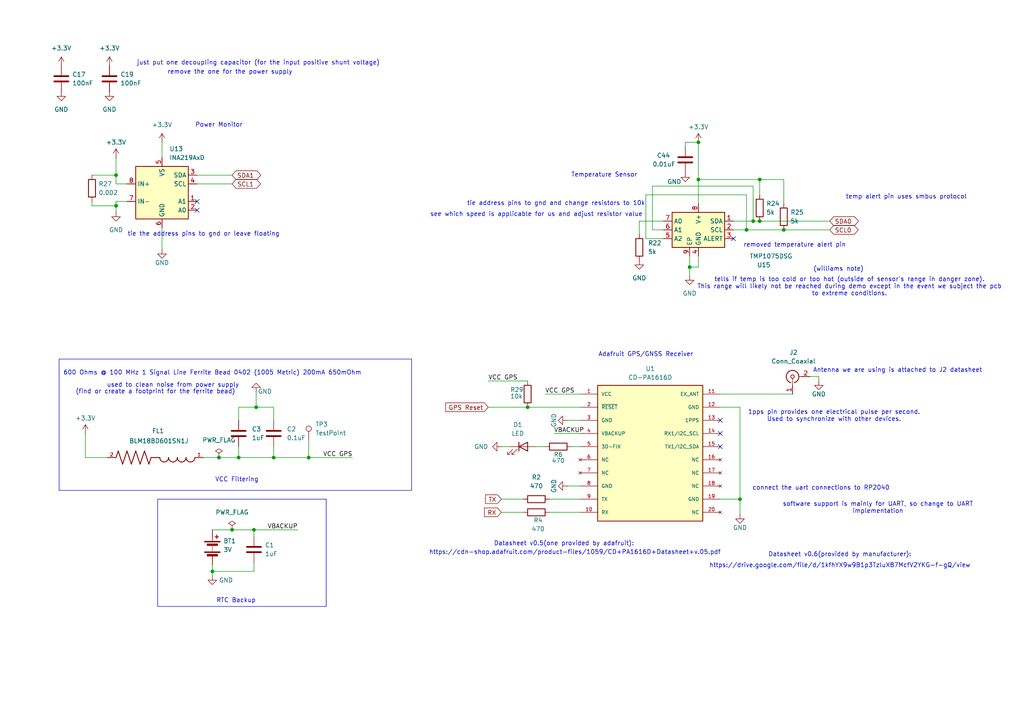
<source format=kicad_sch>
(kicad_sch
	(version 20250114)
	(generator "eeschema")
	(generator_version "9.0")
	(uuid "55772db1-6177-432d-a6fa-112232f9085a")
	(paper "A4")
	(lib_symbols
		(symbol "BLM18BD601SN1J:BLM18BD601SN1J"
			(pin_names
				(offset 1.016)
			)
			(exclude_from_sim no)
			(in_bom yes)
			(on_board yes)
			(property "Reference" "FL"
				(at -12.7044 5.0815 0)
				(effects
					(font
						(size 1.27 1.27)
					)
					(justify left bottom)
				)
			)
			(property "Value" "BLM18BD601SN1J"
				(at -12.71 -5.0866 0)
				(effects
					(font
						(size 1.27 1.27)
					)
					(justify left bottom)
				)
			)
			(property "Footprint" "BLM18BD601SN1J:BEADC1608X95N"
				(at 0 0 0)
				(effects
					(font
						(size 1.27 1.27)
					)
					(justify bottom)
					(hide yes)
				)
			)
			(property "Datasheet" ""
				(at 0 0 0)
				(effects
					(font
						(size 1.27 1.27)
					)
					(hide yes)
				)
			)
			(property "Description" ""
				(at 0 0 0)
				(effects
					(font
						(size 1.27 1.27)
					)
					(hide yes)
				)
			)
			(property "MF" "Murata"
				(at 0 0 0)
				(effects
					(font
						(size 1.27 1.27)
					)
					(justify bottom)
					(hide yes)
				)
			)
			(property "Description_1" "Ind Chip Bead 600 Ohm 25% 100MHz Ferrite 200mA 0603 Paper T/R"
				(at 0 0 0)
				(effects
					(font
						(size 1.27 1.27)
					)
					(justify bottom)
					(hide yes)
				)
			)
			(property "Package" "1608 Murata"
				(at 0 0 0)
				(effects
					(font
						(size 1.27 1.27)
					)
					(justify bottom)
					(hide yes)
				)
			)
			(property "Price" "None"
				(at 0 0 0)
				(effects
					(font
						(size 1.27 1.27)
					)
					(justify bottom)
					(hide yes)
				)
			)
			(property "SnapEDA_Link" "https://www.snapeda.com/parts/BLM18BD601SN1J/Murata/view-part/?ref=snap"
				(at 0 0 0)
				(effects
					(font
						(size 1.27 1.27)
					)
					(justify bottom)
					(hide yes)
				)
			)
			(property "MP" "BLM18BD601SN1J"
				(at 0 0 0)
				(effects
					(font
						(size 1.27 1.27)
					)
					(justify bottom)
					(hide yes)
				)
			)
			(property "Availability" "In Stock"
				(at 0 0 0)
				(effects
					(font
						(size 1.27 1.27)
					)
					(justify bottom)
					(hide yes)
				)
			)
			(property "Check_prices" "https://www.snapeda.com/parts/BLM18BD601SN1J/Murata/view-part/?ref=eda"
				(at 0 0 0)
				(effects
					(font
						(size 1.27 1.27)
					)
					(justify bottom)
					(hide yes)
				)
			)
			(symbol "BLM18BD601SN1J_0_0"
				(arc
					(start -12.7 0)
					(mid -11.43 1.2645)
					(end -10.16 0)
					(stroke
						(width 0.254)
						(type default)
					)
					(fill
						(type none)
					)
				)
				(arc
					(start -10.16 0)
					(mid -8.89 1.2645)
					(end -7.62 0)
					(stroke
						(width 0.254)
						(type default)
					)
					(fill
						(type none)
					)
				)
				(arc
					(start -7.62 0)
					(mid -6.35 1.2645)
					(end -5.08 0)
					(stroke
						(width 0.254)
						(type default)
					)
					(fill
						(type none)
					)
				)
				(arc
					(start -5.08 0)
					(mid -3.81 1.2645)
					(end -2.54 0)
					(stroke
						(width 0.254)
						(type default)
					)
					(fill
						(type none)
					)
				)
				(polyline
					(pts
						(xy 0 0) (xy -2.54 0)
					)
					(stroke
						(width 0.254)
						(type default)
					)
					(fill
						(type none)
					)
				)
				(polyline
					(pts
						(xy 0 0) (xy 0.635 1.905)
					)
					(stroke
						(width 0.254)
						(type default)
					)
					(fill
						(type none)
					)
				)
				(polyline
					(pts
						(xy 0.635 1.905) (xy 1.905 -1.905)
					)
					(stroke
						(width 0.254)
						(type default)
					)
					(fill
						(type none)
					)
				)
				(polyline
					(pts
						(xy 1.905 -1.905) (xy 3.175 1.905)
					)
					(stroke
						(width 0.254)
						(type default)
					)
					(fill
						(type none)
					)
				)
				(polyline
					(pts
						(xy 3.175 1.905) (xy 4.445 -1.905)
					)
					(stroke
						(width 0.254)
						(type default)
					)
					(fill
						(type none)
					)
				)
				(polyline
					(pts
						(xy 4.445 -1.905) (xy 5.715 1.905)
					)
					(stroke
						(width 0.254)
						(type default)
					)
					(fill
						(type none)
					)
				)
				(polyline
					(pts
						(xy 5.715 1.905) (xy 6.985 -1.905)
					)
					(stroke
						(width 0.254)
						(type default)
					)
					(fill
						(type none)
					)
				)
				(polyline
					(pts
						(xy 6.985 -1.905) (xy 8.255 1.905)
					)
					(stroke
						(width 0.254)
						(type default)
					)
					(fill
						(type none)
					)
				)
				(polyline
					(pts
						(xy 8.255 1.905) (xy 9.525 -1.905)
					)
					(stroke
						(width 0.254)
						(type default)
					)
					(fill
						(type none)
					)
				)
				(polyline
					(pts
						(xy 9.525 -1.905) (xy 10.16 0)
					)
					(stroke
						(width 0.254)
						(type default)
					)
					(fill
						(type none)
					)
				)
				(pin passive line
					(at -15.24 0 0)
					(length 2.54)
					(name "~"
						(effects
							(font
								(size 1.016 1.016)
							)
						)
					)
					(number "1"
						(effects
							(font
								(size 1.016 1.016)
							)
						)
					)
				)
				(pin passive line
					(at 12.7 0 180)
					(length 2.54)
					(name "~"
						(effects
							(font
								(size 1.016 1.016)
							)
						)
					)
					(number "2"
						(effects
							(font
								(size 1.016 1.016)
							)
						)
					)
				)
			)
			(embedded_fonts no)
		)
		(symbol "CD-PA1616D:CD-PA1616D"
			(pin_names
				(offset 1.016)
			)
			(exclude_from_sim no)
			(in_bom yes)
			(on_board yes)
			(property "Reference" "U1"
				(at 0 27.686 0)
				(effects
					(font
						(size 1.27 1.27)
					)
				)
			)
			(property "Value" "CD-PA1616D"
				(at 0 25.146 0)
				(effects
					(font
						(size 1.27 1.27)
					)
				)
			)
			(property "Footprint" "CD-PA1616D:XCVR_CD-PA1616D"
				(at 0 0 0)
				(effects
					(font
						(size 1.27 1.27)
					)
					(justify bottom)
					(hide yes)
				)
			)
			(property "Datasheet" ""
				(at 0 0 0)
				(effects
					(font
						(size 1.27 1.27)
					)
					(hide yes)
				)
			)
			(property "Description" ""
				(at 0 0 0)
				(effects
					(font
						(size 1.27 1.27)
					)
					(hide yes)
				)
			)
			(property "MF" "CD technology"
				(at 0 0 0)
				(effects
					(font
						(size 1.27 1.27)
					)
					(justify bottom)
					(hide yes)
				)
			)
			(property "MAXIMUM_PACKAGE_HEIGHT" "6.7 mm"
				(at 0 0 0)
				(effects
					(font
						(size 1.27 1.27)
					)
					(justify bottom)
					(hide yes)
				)
			)
			(property "Package" "Package"
				(at 0 0 0)
				(effects
					(font
						(size 1.27 1.27)
					)
					(justify bottom)
					(hide yes)
				)
			)
			(property "Price" "None"
				(at 0 0 0)
				(effects
					(font
						(size 1.27 1.27)
					)
					(justify bottom)
					(hide yes)
				)
			)
			(property "Check_prices" "https://www.snapeda.com/parts/CD-PA1616D/CD+technology/view-part/?ref=eda"
				(at 0 0 0)
				(effects
					(font
						(size 1.27 1.27)
					)
					(justify bottom)
					(hide yes)
				)
			)
			(property "STANDARD" "Manufacturer Recommendations"
				(at 0 0 0)
				(effects
					(font
						(size 1.27 1.27)
					)
					(justify bottom)
					(hide yes)
				)
			)
			(property "PARTREV" "V.06"
				(at 0 0 0)
				(effects
					(font
						(size 1.27 1.27)
					)
					(justify bottom)
					(hide yes)
				)
			)
			(property "SnapEDA_Link" "https://www.snapeda.com/parts/CD-PA1616D/CD+technology/view-part/?ref=snap"
				(at 0 0 0)
				(effects
					(font
						(size 1.27 1.27)
					)
					(justify bottom)
					(hide yes)
				)
			)
			(property "MP" "CD-PA1616D"
				(at 0 0 0)
				(effects
					(font
						(size 1.27 1.27)
					)
					(justify bottom)
					(hide yes)
				)
			)
			(property "Description_1" "GNSS patch antenna module"
				(at 0 0 0)
				(effects
					(font
						(size 1.27 1.27)
					)
					(justify bottom)
					(hide yes)
				)
			)
			(property "SNAPEDA_PN" "CD-PA1616D"
				(at 0 0 0)
				(effects
					(font
						(size 1.27 1.27)
					)
					(justify bottom)
					(hide yes)
				)
			)
			(property "Availability" "Not in stock"
				(at 0 0 0)
				(effects
					(font
						(size 1.27 1.27)
					)
					(justify bottom)
					(hide yes)
				)
			)
			(property "MANUFACTURER" "CD Top"
				(at 0 0 0)
				(effects
					(font
						(size 1.27 1.27)
					)
					(justify bottom)
					(hide yes)
				)
			)
			(symbol "CD-PA1616D_0_0"
				(rectangle
					(start -15.24 22.86)
					(end 15.24 -16.51)
					(stroke
						(width 0.254)
						(type default)
					)
					(fill
						(type background)
					)
				)
				(pin power_in line
					(at -20.32 20.32 0)
					(length 5.08)
					(name "VCC"
						(effects
							(font
								(size 1.016 1.016)
							)
						)
					)
					(number "1"
						(effects
							(font
								(size 1.016 1.016)
							)
						)
					)
				)
				(pin input line
					(at -20.32 16.51 0)
					(length 5.08)
					(name "~{RESET}"
						(effects
							(font
								(size 1.016 1.016)
							)
						)
					)
					(number "2"
						(effects
							(font
								(size 1.016 1.016)
							)
						)
					)
				)
				(pin power_in line
					(at -20.32 12.7 0)
					(length 5.08)
					(name "GND"
						(effects
							(font
								(size 1.016 1.016)
							)
						)
					)
					(number "3"
						(effects
							(font
								(size 1.016 1.016)
							)
						)
					)
				)
				(pin power_in line
					(at -20.32 8.89 0)
					(length 5.08)
					(name "VBACKUP"
						(effects
							(font
								(size 1.016 1.016)
							)
						)
					)
					(number "4"
						(effects
							(font
								(size 1.016 1.016)
							)
						)
					)
				)
				(pin output line
					(at -20.32 5.08 0)
					(length 5.08)
					(name "3D-FIX"
						(effects
							(font
								(size 1.016 1.016)
							)
						)
					)
					(number "5"
						(effects
							(font
								(size 1.016 1.016)
							)
						)
					)
				)
				(pin no_connect line
					(at -20.32 1.27 0)
					(length 5.08)
					(name "NC"
						(effects
							(font
								(size 1.016 1.016)
							)
						)
					)
					(number "6"
						(effects
							(font
								(size 1.016 1.016)
							)
						)
					)
				)
				(pin no_connect line
					(at -20.32 -2.54 0)
					(length 5.08)
					(name "NC"
						(effects
							(font
								(size 1.016 1.016)
							)
						)
					)
					(number "7"
						(effects
							(font
								(size 1.016 1.016)
							)
						)
					)
				)
				(pin power_in line
					(at -20.32 -6.35 0)
					(length 5.08)
					(name "GND"
						(effects
							(font
								(size 1.016 1.016)
							)
						)
					)
					(number "8"
						(effects
							(font
								(size 1.016 1.016)
							)
						)
					)
				)
				(pin output line
					(at -20.32 -10.16 0)
					(length 5.08)
					(name "TX"
						(effects
							(font
								(size 1.016 1.016)
							)
						)
					)
					(number "9"
						(effects
							(font
								(size 1.016 1.016)
							)
						)
					)
				)
				(pin input line
					(at -20.32 -13.97 0)
					(length 5.08)
					(name "RX"
						(effects
							(font
								(size 1.016 1.016)
							)
						)
					)
					(number "10"
						(effects
							(font
								(size 1.016 1.016)
							)
						)
					)
				)
				(pin bidirectional line
					(at 20.32 20.32 180)
					(length 5.08)
					(name "EX_ANT"
						(effects
							(font
								(size 1.016 1.016)
							)
						)
					)
					(number "11"
						(effects
							(font
								(size 1.016 1.016)
							)
						)
					)
				)
				(pin power_in line
					(at 20.32 16.51 180)
					(length 5.08)
					(name "GND"
						(effects
							(font
								(size 1.016 1.016)
							)
						)
					)
					(number "12"
						(effects
							(font
								(size 1.016 1.016)
							)
						)
					)
				)
				(pin output line
					(at 20.32 12.7 180)
					(length 5.08)
					(name "1PPS"
						(effects
							(font
								(size 1.016 1.016)
							)
						)
					)
					(number "13"
						(effects
							(font
								(size 1.016 1.016)
							)
						)
					)
				)
				(pin input line
					(at 20.32 8.89 180)
					(length 5.08)
					(name "RX1/I2C_SCL"
						(effects
							(font
								(size 1.016 1.016)
							)
						)
					)
					(number "14"
						(effects
							(font
								(size 1.016 1.016)
							)
						)
					)
				)
				(pin output line
					(at 20.32 5.08 180)
					(length 5.08)
					(name "TX1/I2C_SDA"
						(effects
							(font
								(size 1.016 1.016)
							)
						)
					)
					(number "15"
						(effects
							(font
								(size 1.016 1.016)
							)
						)
					)
				)
				(pin no_connect line
					(at 20.32 1.27 180)
					(length 5.08)
					(name "NC"
						(effects
							(font
								(size 1.016 1.016)
							)
						)
					)
					(number "16"
						(effects
							(font
								(size 1.016 1.016)
							)
						)
					)
				)
				(pin no_connect line
					(at 20.32 -2.54 180)
					(length 5.08)
					(name "NC"
						(effects
							(font
								(size 1.016 1.016)
							)
						)
					)
					(number "17"
						(effects
							(font
								(size 1.016 1.016)
							)
						)
					)
				)
				(pin no_connect line
					(at 20.32 -6.35 180)
					(length 5.08)
					(name "NC"
						(effects
							(font
								(size 1.016 1.016)
							)
						)
					)
					(number "18"
						(effects
							(font
								(size 1.016 1.016)
							)
						)
					)
				)
				(pin power_in line
					(at 20.32 -10.16 180)
					(length 5.08)
					(name "GND"
						(effects
							(font
								(size 1.016 1.016)
							)
						)
					)
					(number "19"
						(effects
							(font
								(size 1.016 1.016)
							)
						)
					)
				)
				(pin no_connect line
					(at 20.32 -13.97 180)
					(length 5.08)
					(name "NC"
						(effects
							(font
								(size 1.016 1.016)
							)
						)
					)
					(number "20"
						(effects
							(font
								(size 1.016 1.016)
							)
						)
					)
				)
			)
			(embedded_fonts no)
		)
		(symbol "Connector:Conn_Coaxial"
			(pin_names
				(offset 1.016)
				(hide yes)
			)
			(exclude_from_sim no)
			(in_bom yes)
			(on_board yes)
			(property "Reference" "J"
				(at 0.254 3.048 0)
				(effects
					(font
						(size 1.27 1.27)
					)
				)
			)
			(property "Value" "Conn_Coaxial"
				(at 2.921 0 90)
				(effects
					(font
						(size 1.27 1.27)
					)
				)
			)
			(property "Footprint" ""
				(at 0 0 0)
				(effects
					(font
						(size 1.27 1.27)
					)
					(hide yes)
				)
			)
			(property "Datasheet" "~"
				(at 0 0 0)
				(effects
					(font
						(size 1.27 1.27)
					)
					(hide yes)
				)
			)
			(property "Description" "coaxial connector (BNC, SMA, SMB, SMC, Cinch/RCA, LEMO, ...)"
				(at 0 0 0)
				(effects
					(font
						(size 1.27 1.27)
					)
					(hide yes)
				)
			)
			(property "ki_keywords" "BNC SMA SMB SMC LEMO coaxial connector CINCH RCA MCX MMCX U.FL UMRF"
				(at 0 0 0)
				(effects
					(font
						(size 1.27 1.27)
					)
					(hide yes)
				)
			)
			(property "ki_fp_filters" "*BNC* *SMA* *SMB* *SMC* *Cinch* *LEMO* *UMRF* *MCX* *U.FL*"
				(at 0 0 0)
				(effects
					(font
						(size 1.27 1.27)
					)
					(hide yes)
				)
			)
			(symbol "Conn_Coaxial_0_1"
				(polyline
					(pts
						(xy -2.54 0) (xy -0.508 0)
					)
					(stroke
						(width 0)
						(type default)
					)
					(fill
						(type none)
					)
				)
				(arc
					(start 1.778 0)
					(mid 0.222 -1.8079)
					(end -1.778 -0.508)
					(stroke
						(width 0.254)
						(type default)
					)
					(fill
						(type none)
					)
				)
				(arc
					(start -1.778 0.508)
					(mid 0.2221 1.8084)
					(end 1.778 0)
					(stroke
						(width 0.254)
						(type default)
					)
					(fill
						(type none)
					)
				)
				(circle
					(center 0 0)
					(radius 0.508)
					(stroke
						(width 0.2032)
						(type default)
					)
					(fill
						(type none)
					)
				)
				(polyline
					(pts
						(xy 0 -2.54) (xy 0 -1.778)
					)
					(stroke
						(width 0)
						(type default)
					)
					(fill
						(type none)
					)
				)
			)
			(symbol "Conn_Coaxial_1_1"
				(pin passive line
					(at -5.08 0 0)
					(length 2.54)
					(name "In"
						(effects
							(font
								(size 1.27 1.27)
							)
						)
					)
					(number "1"
						(effects
							(font
								(size 1.27 1.27)
							)
						)
					)
				)
				(pin passive line
					(at 0 -5.08 90)
					(length 2.54)
					(name "Ext"
						(effects
							(font
								(size 1.27 1.27)
							)
						)
					)
					(number "2"
						(effects
							(font
								(size 1.27 1.27)
							)
						)
					)
				)
			)
			(embedded_fonts no)
		)
		(symbol "Connector:TestPoint"
			(pin_numbers
				(hide yes)
			)
			(pin_names
				(offset 0.762)
				(hide yes)
			)
			(exclude_from_sim no)
			(in_bom yes)
			(on_board yes)
			(property "Reference" "TP"
				(at 0 6.858 0)
				(effects
					(font
						(size 1.27 1.27)
					)
				)
			)
			(property "Value" "TestPoint"
				(at 0 5.08 0)
				(effects
					(font
						(size 1.27 1.27)
					)
				)
			)
			(property "Footprint" ""
				(at 5.08 0 0)
				(effects
					(font
						(size 1.27 1.27)
					)
					(hide yes)
				)
			)
			(property "Datasheet" "~"
				(at 5.08 0 0)
				(effects
					(font
						(size 1.27 1.27)
					)
					(hide yes)
				)
			)
			(property "Description" "test point"
				(at 0 0 0)
				(effects
					(font
						(size 1.27 1.27)
					)
					(hide yes)
				)
			)
			(property "ki_keywords" "test point tp"
				(at 0 0 0)
				(effects
					(font
						(size 1.27 1.27)
					)
					(hide yes)
				)
			)
			(property "ki_fp_filters" "Pin* Test*"
				(at 0 0 0)
				(effects
					(font
						(size 1.27 1.27)
					)
					(hide yes)
				)
			)
			(symbol "TestPoint_0_1"
				(circle
					(center 0 3.302)
					(radius 0.762)
					(stroke
						(width 0)
						(type default)
					)
					(fill
						(type none)
					)
				)
			)
			(symbol "TestPoint_1_1"
				(pin passive line
					(at 0 0 90)
					(length 2.54)
					(name "1"
						(effects
							(font
								(size 1.27 1.27)
							)
						)
					)
					(number "1"
						(effects
							(font
								(size 1.27 1.27)
							)
						)
					)
				)
			)
			(embedded_fonts no)
		)
		(symbol "Device:Battery"
			(pin_numbers
				(hide yes)
			)
			(pin_names
				(offset 0)
				(hide yes)
			)
			(exclude_from_sim no)
			(in_bom yes)
			(on_board yes)
			(property "Reference" "BT"
				(at 2.54 2.54 0)
				(effects
					(font
						(size 1.27 1.27)
					)
					(justify left)
				)
			)
			(property "Value" "Battery"
				(at 2.54 0 0)
				(effects
					(font
						(size 1.27 1.27)
					)
					(justify left)
				)
			)
			(property "Footprint" ""
				(at 0 1.524 90)
				(effects
					(font
						(size 1.27 1.27)
					)
					(hide yes)
				)
			)
			(property "Datasheet" "~"
				(at 0 1.524 90)
				(effects
					(font
						(size 1.27 1.27)
					)
					(hide yes)
				)
			)
			(property "Description" "Multiple-cell battery"
				(at 0 0 0)
				(effects
					(font
						(size 1.27 1.27)
					)
					(hide yes)
				)
			)
			(property "ki_keywords" "batt voltage-source cell"
				(at 0 0 0)
				(effects
					(font
						(size 1.27 1.27)
					)
					(hide yes)
				)
			)
			(symbol "Battery_0_1"
				(rectangle
					(start -2.286 1.778)
					(end 2.286 1.524)
					(stroke
						(width 0)
						(type default)
					)
					(fill
						(type outline)
					)
				)
				(rectangle
					(start -2.286 -1.27)
					(end 2.286 -1.524)
					(stroke
						(width 0)
						(type default)
					)
					(fill
						(type outline)
					)
				)
				(rectangle
					(start -1.524 1.016)
					(end 1.524 0.508)
					(stroke
						(width 0)
						(type default)
					)
					(fill
						(type outline)
					)
				)
				(rectangle
					(start -1.524 -2.032)
					(end 1.524 -2.54)
					(stroke
						(width 0)
						(type default)
					)
					(fill
						(type outline)
					)
				)
				(polyline
					(pts
						(xy 0 1.778) (xy 0 2.54)
					)
					(stroke
						(width 0)
						(type default)
					)
					(fill
						(type none)
					)
				)
				(polyline
					(pts
						(xy 0 0) (xy 0 0.254)
					)
					(stroke
						(width 0)
						(type default)
					)
					(fill
						(type none)
					)
				)
				(polyline
					(pts
						(xy 0 -0.508) (xy 0 -0.254)
					)
					(stroke
						(width 0)
						(type default)
					)
					(fill
						(type none)
					)
				)
				(polyline
					(pts
						(xy 0 -1.016) (xy 0 -0.762)
					)
					(stroke
						(width 0)
						(type default)
					)
					(fill
						(type none)
					)
				)
				(polyline
					(pts
						(xy 0.762 3.048) (xy 1.778 3.048)
					)
					(stroke
						(width 0.254)
						(type default)
					)
					(fill
						(type none)
					)
				)
				(polyline
					(pts
						(xy 1.27 3.556) (xy 1.27 2.54)
					)
					(stroke
						(width 0.254)
						(type default)
					)
					(fill
						(type none)
					)
				)
			)
			(symbol "Battery_1_1"
				(pin passive line
					(at 0 5.08 270)
					(length 2.54)
					(name "+"
						(effects
							(font
								(size 1.27 1.27)
							)
						)
					)
					(number "1"
						(effects
							(font
								(size 1.27 1.27)
							)
						)
					)
				)
				(pin passive line
					(at 0 -5.08 90)
					(length 2.54)
					(name "-"
						(effects
							(font
								(size 1.27 1.27)
							)
						)
					)
					(number "2"
						(effects
							(font
								(size 1.27 1.27)
							)
						)
					)
				)
			)
			(embedded_fonts no)
		)
		(symbol "Device:C"
			(pin_numbers
				(hide yes)
			)
			(pin_names
				(offset 0.254)
			)
			(exclude_from_sim no)
			(in_bom yes)
			(on_board yes)
			(property "Reference" "C"
				(at 0.635 2.54 0)
				(effects
					(font
						(size 1.27 1.27)
					)
					(justify left)
				)
			)
			(property "Value" "C"
				(at 0.635 -2.54 0)
				(effects
					(font
						(size 1.27 1.27)
					)
					(justify left)
				)
			)
			(property "Footprint" ""
				(at 0.9652 -3.81 0)
				(effects
					(font
						(size 1.27 1.27)
					)
					(hide yes)
				)
			)
			(property "Datasheet" "~"
				(at 0 0 0)
				(effects
					(font
						(size 1.27 1.27)
					)
					(hide yes)
				)
			)
			(property "Description" "Unpolarized capacitor"
				(at 0 0 0)
				(effects
					(font
						(size 1.27 1.27)
					)
					(hide yes)
				)
			)
			(property "ki_keywords" "cap capacitor"
				(at 0 0 0)
				(effects
					(font
						(size 1.27 1.27)
					)
					(hide yes)
				)
			)
			(property "ki_fp_filters" "C_*"
				(at 0 0 0)
				(effects
					(font
						(size 1.27 1.27)
					)
					(hide yes)
				)
			)
			(symbol "C_0_1"
				(polyline
					(pts
						(xy -2.032 0.762) (xy 2.032 0.762)
					)
					(stroke
						(width 0.508)
						(type default)
					)
					(fill
						(type none)
					)
				)
				(polyline
					(pts
						(xy -2.032 -0.762) (xy 2.032 -0.762)
					)
					(stroke
						(width 0.508)
						(type default)
					)
					(fill
						(type none)
					)
				)
			)
			(symbol "C_1_1"
				(pin passive line
					(at 0 3.81 270)
					(length 2.794)
					(name "~"
						(effects
							(font
								(size 1.27 1.27)
							)
						)
					)
					(number "1"
						(effects
							(font
								(size 1.27 1.27)
							)
						)
					)
				)
				(pin passive line
					(at 0 -3.81 90)
					(length 2.794)
					(name "~"
						(effects
							(font
								(size 1.27 1.27)
							)
						)
					)
					(number "2"
						(effects
							(font
								(size 1.27 1.27)
							)
						)
					)
				)
			)
			(embedded_fonts no)
		)
		(symbol "Device:LED"
			(pin_numbers
				(hide yes)
			)
			(pin_names
				(offset 1.016)
				(hide yes)
			)
			(exclude_from_sim no)
			(in_bom yes)
			(on_board yes)
			(property "Reference" "D"
				(at 0 2.54 0)
				(effects
					(font
						(size 1.27 1.27)
					)
				)
			)
			(property "Value" "LED"
				(at 0 -2.54 0)
				(effects
					(font
						(size 1.27 1.27)
					)
				)
			)
			(property "Footprint" ""
				(at 0 0 0)
				(effects
					(font
						(size 1.27 1.27)
					)
					(hide yes)
				)
			)
			(property "Datasheet" "~"
				(at 0 0 0)
				(effects
					(font
						(size 1.27 1.27)
					)
					(hide yes)
				)
			)
			(property "Description" "Light emitting diode"
				(at 0 0 0)
				(effects
					(font
						(size 1.27 1.27)
					)
					(hide yes)
				)
			)
			(property "Sim.Pins" "1=K 2=A"
				(at 0 0 0)
				(effects
					(font
						(size 1.27 1.27)
					)
					(hide yes)
				)
			)
			(property "ki_keywords" "LED diode"
				(at 0 0 0)
				(effects
					(font
						(size 1.27 1.27)
					)
					(hide yes)
				)
			)
			(property "ki_fp_filters" "LED* LED_SMD:* LED_THT:*"
				(at 0 0 0)
				(effects
					(font
						(size 1.27 1.27)
					)
					(hide yes)
				)
			)
			(symbol "LED_0_1"
				(polyline
					(pts
						(xy -3.048 -0.762) (xy -4.572 -2.286) (xy -3.81 -2.286) (xy -4.572 -2.286) (xy -4.572 -1.524)
					)
					(stroke
						(width 0)
						(type default)
					)
					(fill
						(type none)
					)
				)
				(polyline
					(pts
						(xy -1.778 -0.762) (xy -3.302 -2.286) (xy -2.54 -2.286) (xy -3.302 -2.286) (xy -3.302 -1.524)
					)
					(stroke
						(width 0)
						(type default)
					)
					(fill
						(type none)
					)
				)
				(polyline
					(pts
						(xy -1.27 0) (xy 1.27 0)
					)
					(stroke
						(width 0)
						(type default)
					)
					(fill
						(type none)
					)
				)
				(polyline
					(pts
						(xy -1.27 -1.27) (xy -1.27 1.27)
					)
					(stroke
						(width 0.254)
						(type default)
					)
					(fill
						(type none)
					)
				)
				(polyline
					(pts
						(xy 1.27 -1.27) (xy 1.27 1.27) (xy -1.27 0) (xy 1.27 -1.27)
					)
					(stroke
						(width 0.254)
						(type default)
					)
					(fill
						(type none)
					)
				)
			)
			(symbol "LED_1_1"
				(pin passive line
					(at -3.81 0 0)
					(length 2.54)
					(name "K"
						(effects
							(font
								(size 1.27 1.27)
							)
						)
					)
					(number "1"
						(effects
							(font
								(size 1.27 1.27)
							)
						)
					)
				)
				(pin passive line
					(at 3.81 0 180)
					(length 2.54)
					(name "A"
						(effects
							(font
								(size 1.27 1.27)
							)
						)
					)
					(number "2"
						(effects
							(font
								(size 1.27 1.27)
							)
						)
					)
				)
			)
			(embedded_fonts no)
		)
		(symbol "Device:R"
			(pin_numbers
				(hide yes)
			)
			(pin_names
				(offset 0)
			)
			(exclude_from_sim no)
			(in_bom yes)
			(on_board yes)
			(property "Reference" "R"
				(at 2.032 0 90)
				(effects
					(font
						(size 1.27 1.27)
					)
				)
			)
			(property "Value" "R"
				(at 0 0 90)
				(effects
					(font
						(size 1.27 1.27)
					)
				)
			)
			(property "Footprint" ""
				(at -1.778 0 90)
				(effects
					(font
						(size 1.27 1.27)
					)
					(hide yes)
				)
			)
			(property "Datasheet" "~"
				(at 0 0 0)
				(effects
					(font
						(size 1.27 1.27)
					)
					(hide yes)
				)
			)
			(property "Description" "Resistor"
				(at 0 0 0)
				(effects
					(font
						(size 1.27 1.27)
					)
					(hide yes)
				)
			)
			(property "ki_keywords" "R res resistor"
				(at 0 0 0)
				(effects
					(font
						(size 1.27 1.27)
					)
					(hide yes)
				)
			)
			(property "ki_fp_filters" "R_*"
				(at 0 0 0)
				(effects
					(font
						(size 1.27 1.27)
					)
					(hide yes)
				)
			)
			(symbol "R_0_1"
				(rectangle
					(start -1.016 -2.54)
					(end 1.016 2.54)
					(stroke
						(width 0.254)
						(type default)
					)
					(fill
						(type none)
					)
				)
			)
			(symbol "R_1_1"
				(pin passive line
					(at 0 3.81 270)
					(length 1.27)
					(name "~"
						(effects
							(font
								(size 1.27 1.27)
							)
						)
					)
					(number "1"
						(effects
							(font
								(size 1.27 1.27)
							)
						)
					)
				)
				(pin passive line
					(at 0 -3.81 90)
					(length 1.27)
					(name "~"
						(effects
							(font
								(size 1.27 1.27)
							)
						)
					)
					(number "2"
						(effects
							(font
								(size 1.27 1.27)
							)
						)
					)
				)
			)
			(embedded_fonts no)
		)
		(symbol "Sensor_Energy:INA219AxD"
			(exclude_from_sim no)
			(in_bom yes)
			(on_board yes)
			(property "Reference" "U"
				(at -6.35 8.89 0)
				(effects
					(font
						(size 1.27 1.27)
					)
				)
			)
			(property "Value" "INA219AxD"
				(at 5.08 8.89 0)
				(effects
					(font
						(size 1.27 1.27)
					)
				)
			)
			(property "Footprint" "Package_SO:SOIC-8_3.9x4.9mm_P1.27mm"
				(at 20.32 -8.89 0)
				(effects
					(font
						(size 1.27 1.27)
					)
					(hide yes)
				)
			)
			(property "Datasheet" "http://www.ti.com/lit/ds/symlink/ina219.pdf"
				(at 8.89 -2.54 0)
				(effects
					(font
						(size 1.27 1.27)
					)
					(hide yes)
				)
			)
			(property "Description" "Zero-Drift, Bidirectional Current/Power Monitor (0-26V) With I2C Interface, SOIC-8"
				(at 0 0 0)
				(effects
					(font
						(size 1.27 1.27)
					)
					(hide yes)
				)
			)
			(property "ki_keywords" "ADC I2C 16-Bit Oversampling Current Shunt"
				(at 0 0 0)
				(effects
					(font
						(size 1.27 1.27)
					)
					(hide yes)
				)
			)
			(property "ki_fp_filters" "SOIC*3.9x4.9mm*P1.27mm*"
				(at 0 0 0)
				(effects
					(font
						(size 1.27 1.27)
					)
					(hide yes)
				)
			)
			(symbol "INA219AxD_0_1"
				(rectangle
					(start -7.62 7.62)
					(end 7.62 -7.62)
					(stroke
						(width 0.254)
						(type default)
					)
					(fill
						(type background)
					)
				)
			)
			(symbol "INA219AxD_1_1"
				(pin input line
					(at -10.16 2.54 0)
					(length 2.54)
					(name "IN+"
						(effects
							(font
								(size 1.27 1.27)
							)
						)
					)
					(number "8"
						(effects
							(font
								(size 1.27 1.27)
							)
						)
					)
				)
				(pin input line
					(at -10.16 -2.54 0)
					(length 2.54)
					(name "IN-"
						(effects
							(font
								(size 1.27 1.27)
							)
						)
					)
					(number "7"
						(effects
							(font
								(size 1.27 1.27)
							)
						)
					)
				)
				(pin power_in line
					(at 0 10.16 270)
					(length 2.54)
					(name "VS"
						(effects
							(font
								(size 1.27 1.27)
							)
						)
					)
					(number "5"
						(effects
							(font
								(size 1.27 1.27)
							)
						)
					)
				)
				(pin power_in line
					(at 0 -10.16 90)
					(length 2.54)
					(name "GND"
						(effects
							(font
								(size 1.27 1.27)
							)
						)
					)
					(number "6"
						(effects
							(font
								(size 1.27 1.27)
							)
						)
					)
				)
				(pin bidirectional line
					(at 10.16 5.08 180)
					(length 2.54)
					(name "SDA"
						(effects
							(font
								(size 1.27 1.27)
							)
						)
					)
					(number "3"
						(effects
							(font
								(size 1.27 1.27)
							)
						)
					)
				)
				(pin input line
					(at 10.16 2.54 180)
					(length 2.54)
					(name "SCL"
						(effects
							(font
								(size 1.27 1.27)
							)
						)
					)
					(number "4"
						(effects
							(font
								(size 1.27 1.27)
							)
						)
					)
				)
				(pin input line
					(at 10.16 -2.54 180)
					(length 2.54)
					(name "A1"
						(effects
							(font
								(size 1.27 1.27)
							)
						)
					)
					(number "1"
						(effects
							(font
								(size 1.27 1.27)
							)
						)
					)
				)
				(pin input line
					(at 10.16 -5.08 180)
					(length 2.54)
					(name "A0"
						(effects
							(font
								(size 1.27 1.27)
							)
						)
					)
					(number "2"
						(effects
							(font
								(size 1.27 1.27)
							)
						)
					)
				)
			)
			(embedded_fonts no)
		)
		(symbol "Sensor_Temperature:TMP1075DSG"
			(exclude_from_sim no)
			(in_bom yes)
			(on_board yes)
			(property "Reference" "U"
				(at -6.35 6.35 0)
				(effects
					(font
						(size 1.27 1.27)
					)
				)
			)
			(property "Value" "TMP1075DSG"
				(at 6.35 6.35 0)
				(effects
					(font
						(size 1.27 1.27)
					)
				)
			)
			(property "Footprint" "Package_SON:WSON-8-1EP_2x2mm_P0.5mm_EP0.9x1.6mm_ThermalVias"
				(at 1.905 -6.35 0)
				(effects
					(font
						(size 1.27 1.27)
					)
					(hide yes)
				)
			)
			(property "Datasheet" "https://www.ti.com/lit/gpn/tmp1075"
				(at 0 0 0)
				(effects
					(font
						(size 1.27 1.27)
					)
					(hide yes)
				)
			)
			(property "Description" "I2C-bus digital temperature sensor and thermal watchdog, WSON-8"
				(at 0 0 0)
				(effects
					(font
						(size 1.27 1.27)
					)
					(hide yes)
				)
			)
			(property "ki_keywords" "temperature sensor I2C single channel"
				(at 0 0 0)
				(effects
					(font
						(size 1.27 1.27)
					)
					(hide yes)
				)
			)
			(property "ki_fp_filters" "WSON*1EP*2x2mm*P0.5mm*"
				(at 0 0 0)
				(effects
					(font
						(size 1.27 1.27)
					)
					(hide yes)
				)
			)
			(symbol "TMP1075DSG_0_1"
				(rectangle
					(start -7.62 5.08)
					(end 7.62 -5.08)
					(stroke
						(width 0.254)
						(type default)
					)
					(fill
						(type background)
					)
				)
			)
			(symbol "TMP1075DSG_1_1"
				(pin input line
					(at -10.16 2.54 0)
					(length 2.54)
					(name "A0"
						(effects
							(font
								(size 1.27 1.27)
							)
						)
					)
					(number "7"
						(effects
							(font
								(size 1.27 1.27)
							)
						)
					)
				)
				(pin input line
					(at -10.16 0 0)
					(length 2.54)
					(name "A1"
						(effects
							(font
								(size 1.27 1.27)
							)
						)
					)
					(number "6"
						(effects
							(font
								(size 1.27 1.27)
							)
						)
					)
				)
				(pin input line
					(at -10.16 -2.54 0)
					(length 2.54)
					(name "A2"
						(effects
							(font
								(size 1.27 1.27)
							)
						)
					)
					(number "5"
						(effects
							(font
								(size 1.27 1.27)
							)
						)
					)
				)
				(pin passive line
					(at -2.54 -7.62 90)
					(length 2.54)
					(name "EP"
						(effects
							(font
								(size 1.27 1.27)
							)
						)
					)
					(number "9"
						(effects
							(font
								(size 1.27 1.27)
							)
						)
					)
				)
				(pin power_in line
					(at 0 7.62 270)
					(length 2.54)
					(name "V+"
						(effects
							(font
								(size 1.27 1.27)
							)
						)
					)
					(number "8"
						(effects
							(font
								(size 1.27 1.27)
							)
						)
					)
				)
				(pin power_in line
					(at 0 -7.62 90)
					(length 2.54)
					(name "GND"
						(effects
							(font
								(size 1.27 1.27)
							)
						)
					)
					(number "4"
						(effects
							(font
								(size 1.27 1.27)
							)
						)
					)
				)
				(pin bidirectional line
					(at 10.16 2.54 180)
					(length 2.54)
					(name "SDA"
						(effects
							(font
								(size 1.27 1.27)
							)
						)
					)
					(number "1"
						(effects
							(font
								(size 1.27 1.27)
							)
						)
					)
				)
				(pin input line
					(at 10.16 0 180)
					(length 2.54)
					(name "SCL"
						(effects
							(font
								(size 1.27 1.27)
							)
						)
					)
					(number "2"
						(effects
							(font
								(size 1.27 1.27)
							)
						)
					)
				)
				(pin open_collector line
					(at 10.16 -2.54 180)
					(length 2.54)
					(name "ALERT"
						(effects
							(font
								(size 1.27 1.27)
							)
						)
					)
					(number "3"
						(effects
							(font
								(size 1.27 1.27)
							)
						)
					)
				)
			)
			(embedded_fonts no)
		)
		(symbol "power:+3.3V"
			(power)
			(pin_numbers
				(hide yes)
			)
			(pin_names
				(offset 0)
				(hide yes)
			)
			(exclude_from_sim no)
			(in_bom yes)
			(on_board yes)
			(property "Reference" "#PWR"
				(at 0 -3.81 0)
				(effects
					(font
						(size 1.27 1.27)
					)
					(hide yes)
				)
			)
			(property "Value" "+3.3V"
				(at 0 3.556 0)
				(effects
					(font
						(size 1.27 1.27)
					)
				)
			)
			(property "Footprint" ""
				(at 0 0 0)
				(effects
					(font
						(size 1.27 1.27)
					)
					(hide yes)
				)
			)
			(property "Datasheet" ""
				(at 0 0 0)
				(effects
					(font
						(size 1.27 1.27)
					)
					(hide yes)
				)
			)
			(property "Description" "Power symbol creates a global label with name \"+3.3V\""
				(at 0 0 0)
				(effects
					(font
						(size 1.27 1.27)
					)
					(hide yes)
				)
			)
			(property "ki_keywords" "global power"
				(at 0 0 0)
				(effects
					(font
						(size 1.27 1.27)
					)
					(hide yes)
				)
			)
			(symbol "+3.3V_0_1"
				(polyline
					(pts
						(xy -0.762 1.27) (xy 0 2.54)
					)
					(stroke
						(width 0)
						(type default)
					)
					(fill
						(type none)
					)
				)
				(polyline
					(pts
						(xy 0 2.54) (xy 0.762 1.27)
					)
					(stroke
						(width 0)
						(type default)
					)
					(fill
						(type none)
					)
				)
				(polyline
					(pts
						(xy 0 0) (xy 0 2.54)
					)
					(stroke
						(width 0)
						(type default)
					)
					(fill
						(type none)
					)
				)
			)
			(symbol "+3.3V_1_1"
				(pin power_in line
					(at 0 0 90)
					(length 0)
					(name "~"
						(effects
							(font
								(size 1.27 1.27)
							)
						)
					)
					(number "1"
						(effects
							(font
								(size 1.27 1.27)
							)
						)
					)
				)
			)
			(embedded_fonts no)
		)
		(symbol "power:GND"
			(power)
			(pin_numbers
				(hide yes)
			)
			(pin_names
				(offset 0)
				(hide yes)
			)
			(exclude_from_sim no)
			(in_bom yes)
			(on_board yes)
			(property "Reference" "#PWR"
				(at 0 -6.35 0)
				(effects
					(font
						(size 1.27 1.27)
					)
					(hide yes)
				)
			)
			(property "Value" "GND"
				(at 0 -3.81 0)
				(effects
					(font
						(size 1.27 1.27)
					)
				)
			)
			(property "Footprint" ""
				(at 0 0 0)
				(effects
					(font
						(size 1.27 1.27)
					)
					(hide yes)
				)
			)
			(property "Datasheet" ""
				(at 0 0 0)
				(effects
					(font
						(size 1.27 1.27)
					)
					(hide yes)
				)
			)
			(property "Description" "Power symbol creates a global label with name \"GND\" , ground"
				(at 0 0 0)
				(effects
					(font
						(size 1.27 1.27)
					)
					(hide yes)
				)
			)
			(property "ki_keywords" "global power"
				(at 0 0 0)
				(effects
					(font
						(size 1.27 1.27)
					)
					(hide yes)
				)
			)
			(symbol "GND_0_1"
				(polyline
					(pts
						(xy 0 0) (xy 0 -1.27) (xy 1.27 -1.27) (xy 0 -2.54) (xy -1.27 -1.27) (xy 0 -1.27)
					)
					(stroke
						(width 0)
						(type default)
					)
					(fill
						(type none)
					)
				)
			)
			(symbol "GND_1_1"
				(pin power_in line
					(at 0 0 270)
					(length 0)
					(name "~"
						(effects
							(font
								(size 1.27 1.27)
							)
						)
					)
					(number "1"
						(effects
							(font
								(size 1.27 1.27)
							)
						)
					)
				)
			)
			(embedded_fonts no)
		)
		(symbol "power:PWR_FLAG"
			(power)
			(pin_numbers
				(hide yes)
			)
			(pin_names
				(offset 0)
				(hide yes)
			)
			(exclude_from_sim no)
			(in_bom yes)
			(on_board yes)
			(property "Reference" "#FLG"
				(at 0 1.905 0)
				(effects
					(font
						(size 1.27 1.27)
					)
					(hide yes)
				)
			)
			(property "Value" "PWR_FLAG"
				(at 0 3.81 0)
				(effects
					(font
						(size 1.27 1.27)
					)
				)
			)
			(property "Footprint" ""
				(at 0 0 0)
				(effects
					(font
						(size 1.27 1.27)
					)
					(hide yes)
				)
			)
			(property "Datasheet" "~"
				(at 0 0 0)
				(effects
					(font
						(size 1.27 1.27)
					)
					(hide yes)
				)
			)
			(property "Description" "Special symbol for telling ERC where power comes from"
				(at 0 0 0)
				(effects
					(font
						(size 1.27 1.27)
					)
					(hide yes)
				)
			)
			(property "ki_keywords" "flag power"
				(at 0 0 0)
				(effects
					(font
						(size 1.27 1.27)
					)
					(hide yes)
				)
			)
			(symbol "PWR_FLAG_0_0"
				(pin power_out line
					(at 0 0 90)
					(length 0)
					(name "~"
						(effects
							(font
								(size 1.27 1.27)
							)
						)
					)
					(number "1"
						(effects
							(font
								(size 1.27 1.27)
							)
						)
					)
				)
			)
			(symbol "PWR_FLAG_0_1"
				(polyline
					(pts
						(xy 0 0) (xy 0 1.27) (xy -1.016 1.905) (xy 0 2.54) (xy 1.016 1.905) (xy 0 1.27)
					)
					(stroke
						(width 0)
						(type default)
					)
					(fill
						(type none)
					)
				)
			)
			(embedded_fonts no)
		)
	)
	(rectangle
		(start 45.72 144.78)
		(end 94.615 175.895)
		(stroke
			(width 0)
			(type default)
		)
		(fill
			(type none)
		)
		(uuid 5d1b4b45-f79f-47af-b545-5cf2248f4534)
	)
	(rectangle
		(start 17.145 104.14)
		(end 119.38 142.24)
		(stroke
			(width 0)
			(type default)
		)
		(fill
			(type none)
		)
		(uuid 772f7c87-e4bd-4c5f-86b5-f9c95aca87fb)
	)
	(text "Antenna we are using is attached to J2 datasheet"
		(exclude_from_sim no)
		(at 260.35 107.442 0)
		(effects
			(font
				(size 1.27 1.27)
			)
		)
		(uuid "05252ae0-b4f5-426a-afe9-60c94bd0dcc2")
	)
	(text "temp alert pin uses smbus protocol\n"
		(exclude_from_sim no)
		(at 262.89 57.15 0)
		(effects
			(font
				(size 1.27 1.27)
			)
		)
		(uuid "0aa1e875-b710-44ea-9c95-5ffd39f57cd7")
	)
	(text "RTC Backup"
		(exclude_from_sim no)
		(at 68.453 174.244 0)
		(effects
			(font
				(size 1.27 1.27)
			)
		)
		(uuid "0bc869c7-66fc-4b5d-83da-79713de4bf39")
	)
	(text "tells if temp is too cold or too hot (outside of sensor's range in danger zone).\nThis range will likely not be reached during demo except in the event we subject the pcb\nto extreme conditions."
		(exclude_from_sim no)
		(at 246.38 83.185 0)
		(effects
			(font
				(size 1.27 1.27)
			)
		)
		(uuid "20a67623-bb98-4ee7-9791-0d687d553add")
	)
	(text "Power Monitor"
		(exclude_from_sim no)
		(at 63.5 36.322 0)
		(effects
			(font
				(size 1.27 1.27)
			)
		)
		(uuid "2a4024aa-835a-45bc-87a3-02412d46baf8")
	)
	(text "removed temperature alert pin"
		(exclude_from_sim no)
		(at 230.505 71.12 0)
		(effects
			(font
				(size 1.27 1.27)
			)
		)
		(uuid "3bb978ef-0637-4e19-801d-e43702e6b0af")
	)
	(text "https://drive.google.com/file/d/1kfhYX9w9B1p3TzluX87McfV2YKG-f-gQ/view"
		(exclude_from_sim no)
		(at 243.586 164.084 0)
		(effects
			(font
				(size 1.27 1.27)
			)
		)
		(uuid "4726f1ba-25c6-4128-a292-cef6a56cf694")
	)
	(text "see which speed is applicable for us and adjust resistor value"
		(exclude_from_sim no)
		(at 155.575 62.23 0)
		(effects
			(font
				(size 1.27 1.27)
			)
		)
		(uuid "52504f19-813a-4c93-828a-3c262a72c7b3")
	)
	(text "Datasheet v0.5(one provided by adafruit):"
		(exclude_from_sim no)
		(at 163.576 157.734 0)
		(effects
			(font
				(size 1.27 1.27)
			)
		)
		(uuid "585dbe60-8cfa-48be-8bbc-1349a129889a")
	)
	(text "VCC Filtering"
		(exclude_from_sim no)
		(at 68.707 139.192 0)
		(effects
			(font
				(size 1.27 1.27)
			)
		)
		(uuid "5c91a31e-c57f-4983-91f7-8083348370a4")
	)
	(text "(williams note)"
		(exclude_from_sim no)
		(at 243.205 78.105 0)
		(effects
			(font
				(size 1.27 1.27)
			)
		)
		(uuid "75439f58-06f7-4c15-b671-bf6dd2330c7c")
	)
	(text "Temperature Sensor"
		(exclude_from_sim no)
		(at 175.26 50.8 0)
		(effects
			(font
				(size 1.27 1.27)
			)
		)
		(uuid "802f4578-ab28-4a24-be20-7bf0a82cf390")
	)
	(text "600 Ohms @ 100 MHz 1 Signal Line Ferrite Bead 0402 (1005 Metric) 200mA 650mOhm"
		(exclude_from_sim no)
		(at 61.595 108.204 0)
		(effects
			(font
				(size 1.27 1.27)
			)
		)
		(uuid "8e43932f-a099-4d5b-950a-bf094efd46f8")
	)
	(text "Datasheet v0.6(provided by manufacturer):"
		(exclude_from_sim no)
		(at 243.586 160.909 0)
		(effects
			(font
				(size 1.27 1.27)
			)
		)
		(uuid "91ffa099-d88a-45e6-b1cd-85ce3b4398b8")
	)
	(text "1pps pin provides one electrical pulse per second.\nUsed to synchronize with other devices."
		(exclude_from_sim no)
		(at 241.935 120.65 0)
		(effects
			(font
				(size 1.27 1.27)
			)
		)
		(uuid "986a8710-3556-480a-8f26-0303007655be")
	)
	(text "used to clean noise from power supply\n"
		(exclude_from_sim no)
		(at 50.165 111.76 0)
		(effects
			(font
				(size 1.27 1.27)
			)
		)
		(uuid "9c3a8fb7-5292-4878-ac9d-94f0ea383e63")
	)
	(text "just put one decoupling capacitor (for the input positive shunt voltage)"
		(exclude_from_sim no)
		(at 74.93 18.288 0)
		(effects
			(font
				(size 1.27 1.27)
			)
		)
		(uuid "9da359af-44fd-44c2-a41f-c7d35bd77303")
	)
	(text "(find or create a footprint for the ferrite bead)"
		(exclude_from_sim no)
		(at 45.085 113.665 0)
		(effects
			(font
				(size 1.27 1.27)
			)
		)
		(uuid "afbf21d5-5d2f-43ed-8739-dfd5492f8c92")
	)
	(text "software support is mainly for UART, so change to UART\nimplementation\n"
		(exclude_from_sim no)
		(at 254.635 147.32 0)
		(effects
			(font
				(size 1.27 1.27)
			)
		)
		(uuid "b165da00-8e7d-4e70-ad28-09ccb2809c76")
	)
	(text "connect the uart connections to RP2040"
		(exclude_from_sim no)
		(at 238.125 141.605 0)
		(effects
			(font
				(size 1.27 1.27)
			)
		)
		(uuid "b1f54c39-ab42-483d-bb71-bd88d1722c28")
	)
	(text "remove the one for the power supply"
		(exclude_from_sim no)
		(at 66.675 20.955 0)
		(effects
			(font
				(size 1.27 1.27)
			)
		)
		(uuid "b7d6207c-4189-4551-9c94-c3cc7f7d5ccb")
	)
	(text "tie the address pins to gnd or leave floating"
		(exclude_from_sim no)
		(at 59.055 67.945 0)
		(effects
			(font
				(size 1.27 1.27)
			)
		)
		(uuid "daf0b239-423c-4204-b5df-1ed05df5bda0")
	)
	(text "Adafruit GPS/GNSS Receiver\n"
		(exclude_from_sim no)
		(at 187.325 102.87 0)
		(effects
			(font
				(size 1.27 1.27)
			)
		)
		(uuid "e03c1bd8-b90c-4f2a-89cf-8e8ae146ccdf")
	)
	(text "tie address pins to gnd and change resistors to 10k"
		(exclude_from_sim no)
		(at 161.29 59.055 0)
		(effects
			(font
				(size 1.27 1.27)
			)
		)
		(uuid "ef04cb76-6e69-4a80-841e-e215c06a9a7d")
	)
	(text "https://cdn-shop.adafruit.com/product-files/1059/CD+PA1616D+Datasheet+v.05.pdf"
		(exclude_from_sim no)
		(at 166.751 160.274 0)
		(effects
			(font
				(size 1.27 1.27)
			)
		)
		(uuid "fe25bac5-c3d6-4e3d-a25d-853f5c1d8f7a")
	)
	(junction
		(at 67.31 153.67)
		(diameter 0)
		(color 0 0 0 0)
		(uuid "0e197303-1684-4e94-a89e-5dd8bfec616f")
	)
	(junction
		(at 214.63 144.78)
		(diameter 0)
		(color 0 0 0 0)
		(uuid "1c9eb935-e139-470f-a9b9-5de28235cfba")
	)
	(junction
		(at 202.565 52.07)
		(diameter 0)
		(color 0 0 0 0)
		(uuid "3302062a-4e7b-4660-9535-19f70889621d")
	)
	(junction
		(at 218.44 64.135)
		(diameter 0)
		(color 0 0 0 0)
		(uuid "3a47a35b-9831-405c-acb5-759ef49eac07")
	)
	(junction
		(at 202.565 41.275)
		(diameter 0)
		(color 0 0 0 0)
		(uuid "4884fef0-4299-4163-8055-350477f3d35c")
	)
	(junction
		(at 63.5 132.715)
		(diameter 0)
		(color 0 0 0 0)
		(uuid "5028f9dd-7725-4bf0-be27-bdb45435f36d")
	)
	(junction
		(at 220.345 52.07)
		(diameter 0)
		(color 0 0 0 0)
		(uuid "5cc75d81-61bc-43d8-94d2-b04905ba7ee5")
	)
	(junction
		(at 153.035 118.11)
		(diameter 0)
		(color 0 0 0 0)
		(uuid "7139d2d2-482f-4188-b531-b90930eb790b")
	)
	(junction
		(at 200.025 77.47)
		(diameter 0)
		(color 0 0 0 0)
		(uuid "7f14ac1b-3f5d-4d26-96b2-c192beb12a85")
	)
	(junction
		(at 74.295 118.11)
		(diameter 0)
		(color 0 0 0 0)
		(uuid "814a0957-638f-4004-b484-a2a1f2c928cb")
	)
	(junction
		(at 216.535 66.675)
		(diameter 0)
		(color 0 0 0 0)
		(uuid "93fefe7b-2b15-4e0e-92f9-35bc9d3c6cb0")
	)
	(junction
		(at 69.215 132.715)
		(diameter 0)
		(color 0 0 0 0)
		(uuid "9f59a506-0154-42f0-9ea4-e579055910b5")
	)
	(junction
		(at 79.375 132.715)
		(diameter 0)
		(color 0 0 0 0)
		(uuid "a258b605-dd5f-489f-afd2-3d8bdab0f466")
	)
	(junction
		(at 33.655 59.69)
		(diameter 0)
		(color 0 0 0 0)
		(uuid "b800ed86-47c2-48fc-ab97-64e2f245b0fb")
	)
	(junction
		(at 89.535 132.715)
		(diameter 0)
		(color 0 0 0 0)
		(uuid "b88d76b0-0fd3-4827-b4ed-27368a184d7d")
	)
	(junction
		(at 220.345 64.135)
		(diameter 0)
		(color 0 0 0 0)
		(uuid "c0d7edc4-40ad-4785-aad4-1a39a09eff89")
	)
	(junction
		(at 61.595 165.735)
		(diameter 0)
		(color 0 0 0 0)
		(uuid "cecb9720-44cb-4fe2-894e-1866cd89aaaa")
	)
	(junction
		(at 73.66 153.67)
		(diameter 0)
		(color 0 0 0 0)
		(uuid "cf79f228-5dd7-44ac-b2a8-b4b0716aea25")
	)
	(junction
		(at 227.33 66.675)
		(diameter 0)
		(color 0 0 0 0)
		(uuid "db255f1a-ff85-41fc-854f-9e928ae5fd9e")
	)
	(junction
		(at 33.655 50.8)
		(diameter 0)
		(color 0 0 0 0)
		(uuid "f0c89dda-365e-407f-ad1a-4b5f595944a5")
	)
	(no_connect
		(at 57.15 60.96)
		(uuid "6112c120-2daf-4141-a2a3-8fad30655029")
	)
	(no_connect
		(at 57.15 58.42)
		(uuid "84cacfd1-6176-4d03-8ea8-223ecfb0d142")
	)
	(no_connect
		(at 208.915 121.92)
		(uuid "b86c678a-dff8-462f-95eb-2814bcb8ceae")
	)
	(no_connect
		(at 212.725 69.215)
		(uuid "d724151a-0681-4a79-a737-db9acd8e5896")
	)
	(no_connect
		(at 208.915 125.73)
		(uuid "f4aef77b-c43e-41b9-9a57-a375a85b08d1")
	)
	(no_connect
		(at 208.915 129.54)
		(uuid "fc368fd5-ae03-4b9a-a93c-9db583aaa8ee")
	)
	(wire
		(pts
			(xy 202.565 52.07) (xy 202.565 59.055)
		)
		(stroke
			(width 0)
			(type default)
		)
		(uuid "056975e7-dc0b-4b8e-bdc0-7537e9aff871")
	)
	(wire
		(pts
			(xy 220.345 52.07) (xy 220.345 56.515)
		)
		(stroke
			(width 0)
			(type default)
		)
		(uuid "077a6a68-2fc7-46d0-89eb-b4afb876293c")
	)
	(wire
		(pts
			(xy 46.99 72.39) (xy 46.99 66.04)
		)
		(stroke
			(width 0)
			(type default)
		)
		(uuid "0b865487-e529-4d0b-8bf0-1fd4e1f6e63a")
	)
	(wire
		(pts
			(xy 33.655 58.42) (xy 36.83 58.42)
		)
		(stroke
			(width 0)
			(type default)
		)
		(uuid "143372df-c74c-463d-b507-66f9ae6cf2f8")
	)
	(wire
		(pts
			(xy 214.63 118.11) (xy 214.63 144.78)
		)
		(stroke
			(width 0)
			(type default)
		)
		(uuid "14d4c866-eb9d-4bfa-9f7b-33eec143dfea")
	)
	(wire
		(pts
			(xy 237.49 109.22) (xy 237.49 110.49)
		)
		(stroke
			(width 0)
			(type default)
		)
		(uuid "1b695057-0318-405d-b340-032a00ee2a30")
	)
	(wire
		(pts
			(xy 145.415 144.78) (xy 151.765 144.78)
		)
		(stroke
			(width 0)
			(type default)
		)
		(uuid "1cae0c06-86bb-4884-9e59-7e6ad15dbbfc")
	)
	(wire
		(pts
			(xy 220.345 52.07) (xy 227.33 52.07)
		)
		(stroke
			(width 0)
			(type default)
		)
		(uuid "1eb879db-d8aa-4c4e-91f6-f87aa193fc9a")
	)
	(wire
		(pts
			(xy 192.405 66.675) (xy 189.23 66.675)
		)
		(stroke
			(width 0)
			(type default)
		)
		(uuid "212ae9eb-1ba8-4964-a82f-f1c6c9b790e6")
	)
	(wire
		(pts
			(xy 200.025 74.295) (xy 200.025 77.47)
		)
		(stroke
			(width 0)
			(type default)
		)
		(uuid "21ae5d0e-ca9a-4ebc-9905-c704d67545ef")
	)
	(wire
		(pts
			(xy 141.605 110.49) (xy 153.035 110.49)
		)
		(stroke
			(width 0)
			(type default)
		)
		(uuid "21b443df-51d5-49a5-8ba6-4a90c75a8b12")
	)
	(wire
		(pts
			(xy 153.035 118.11) (xy 168.275 118.11)
		)
		(stroke
			(width 0)
			(type default)
		)
		(uuid "2306a6c5-2ed0-4c2e-b585-202acbc0540b")
	)
	(wire
		(pts
			(xy 24.765 125.73) (xy 24.765 132.715)
		)
		(stroke
			(width 0)
			(type default)
		)
		(uuid "29575e4f-f8c8-44a3-9c5d-0c7c3ea5eceb")
	)
	(wire
		(pts
			(xy 160.655 125.73) (xy 168.275 125.73)
		)
		(stroke
			(width 0)
			(type default)
		)
		(uuid "2c57a15b-5ad5-475e-87d4-fb823f65d533")
	)
	(wire
		(pts
			(xy 185.42 64.135) (xy 192.405 64.135)
		)
		(stroke
			(width 0)
			(type default)
		)
		(uuid "3be98695-bcac-459a-8ff9-8924a8b670e6")
	)
	(wire
		(pts
			(xy 69.215 132.715) (xy 79.375 132.715)
		)
		(stroke
			(width 0)
			(type default)
		)
		(uuid "3ed080f7-bb85-4d3d-b5c1-7eb6ce7d1cd3")
	)
	(wire
		(pts
			(xy 69.215 118.11) (xy 74.295 118.11)
		)
		(stroke
			(width 0)
			(type default)
		)
		(uuid "40e56c51-9ac5-43f7-848c-a33892e86df4")
	)
	(wire
		(pts
			(xy 89.535 132.715) (xy 102.235 132.715)
		)
		(stroke
			(width 0)
			(type default)
		)
		(uuid "48d6a3ea-1ee1-4875-b0b6-861f0efefe9b")
	)
	(wire
		(pts
			(xy 61.595 165.735) (xy 73.66 165.735)
		)
		(stroke
			(width 0)
			(type default)
		)
		(uuid "49bfb773-f26e-4a7c-91a7-ee16e2d29a89")
	)
	(wire
		(pts
			(xy 26.67 59.69) (xy 33.655 59.69)
		)
		(stroke
			(width 0)
			(type default)
		)
		(uuid "4e2e8b65-28b4-44dc-997f-45534b3fa49a")
	)
	(wire
		(pts
			(xy 208.915 144.78) (xy 214.63 144.78)
		)
		(stroke
			(width 0)
			(type default)
		)
		(uuid "4faff6c1-b9c2-49e3-921e-a310c4e76d0c")
	)
	(wire
		(pts
			(xy 57.15 53.34) (xy 67.31 53.34)
		)
		(stroke
			(width 0)
			(type default)
		)
		(uuid "53b2eacd-097d-483e-bee0-8605e7578d3c")
	)
	(wire
		(pts
			(xy 202.565 41.275) (xy 202.565 52.07)
		)
		(stroke
			(width 0)
			(type default)
		)
		(uuid "64dbe284-a89f-4161-b42a-d6e0cd9d7f93")
	)
	(wire
		(pts
			(xy 73.66 153.67) (xy 73.66 155.575)
		)
		(stroke
			(width 0)
			(type default)
		)
		(uuid "66f87f02-26c5-41f9-ad21-b2c6ff94d20b")
	)
	(wire
		(pts
			(xy 198.755 42.545) (xy 198.755 41.275)
		)
		(stroke
			(width 0)
			(type default)
		)
		(uuid "67486d13-d82f-4d2e-8f1e-a4be8e905e11")
	)
	(wire
		(pts
			(xy 214.63 144.78) (xy 214.63 149.225)
		)
		(stroke
			(width 0)
			(type default)
		)
		(uuid "67db1e1c-8729-4aa7-ae6d-08901b81f205")
	)
	(wire
		(pts
			(xy 145.415 148.59) (xy 151.765 148.59)
		)
		(stroke
			(width 0)
			(type default)
		)
		(uuid "6d94cf62-1b70-4340-b7fe-c7659fc3262d")
	)
	(wire
		(pts
			(xy 33.655 61.595) (xy 33.655 59.69)
		)
		(stroke
			(width 0)
			(type default)
		)
		(uuid "6e948ce0-9a4b-41a1-9da3-2d7e926788fb")
	)
	(wire
		(pts
			(xy 220.345 64.135) (xy 240.665 64.135)
		)
		(stroke
			(width 0)
			(type default)
		)
		(uuid "704bbd9d-b15f-417c-aef7-c39659a0fd06")
	)
	(wire
		(pts
			(xy 216.535 56.515) (xy 216.535 66.675)
		)
		(stroke
			(width 0)
			(type default)
		)
		(uuid "72027424-9fe4-41ce-917a-556e2ad63604")
	)
	(wire
		(pts
			(xy 208.915 114.3) (xy 229.87 114.3)
		)
		(stroke
			(width 0)
			(type default)
		)
		(uuid "72863735-e7dd-454b-a926-a5954659b500")
	)
	(wire
		(pts
			(xy 73.66 153.67) (xy 86.36 153.67)
		)
		(stroke
			(width 0)
			(type default)
		)
		(uuid "73262c9b-7bef-4eb8-a633-55d04a1f5b1f")
	)
	(wire
		(pts
			(xy 198.755 41.275) (xy 202.565 41.275)
		)
		(stroke
			(width 0)
			(type default)
		)
		(uuid "7330490f-c004-43b8-b48c-1af2aeffe529")
	)
	(wire
		(pts
			(xy 73.66 163.195) (xy 73.66 165.735)
		)
		(stroke
			(width 0)
			(type default)
		)
		(uuid "73e8bac2-ac7a-4de3-8049-79b624963eae")
	)
	(wire
		(pts
			(xy 218.44 64.135) (xy 220.345 64.135)
		)
		(stroke
			(width 0)
			(type default)
		)
		(uuid "75368fc4-1d7c-4a3b-b599-7423a6ffda3f")
	)
	(wire
		(pts
			(xy 192.405 69.215) (xy 187.325 69.215)
		)
		(stroke
			(width 0)
			(type default)
		)
		(uuid "766d7ad1-0bdd-411d-ae80-220ac130279b")
	)
	(wire
		(pts
			(xy 212.725 64.135) (xy 218.44 64.135)
		)
		(stroke
			(width 0)
			(type default)
		)
		(uuid "78109ee2-130f-47fd-afa4-e95f640fbb35")
	)
	(wire
		(pts
			(xy 69.215 129.54) (xy 69.215 132.715)
		)
		(stroke
			(width 0)
			(type default)
		)
		(uuid "78706f8c-2211-49a9-ab9d-8844cbe0101c")
	)
	(wire
		(pts
			(xy 218.44 53.975) (xy 218.44 64.135)
		)
		(stroke
			(width 0)
			(type default)
		)
		(uuid "794cc247-f45e-467f-9a9c-6f98151d6e6c")
	)
	(wire
		(pts
			(xy 61.595 153.67) (xy 67.31 153.67)
		)
		(stroke
			(width 0)
			(type default)
		)
		(uuid "7b2f9123-a817-42f1-b35c-ea4f41a91a65")
	)
	(wire
		(pts
			(xy 57.15 50.8) (xy 67.31 50.8)
		)
		(stroke
			(width 0)
			(type default)
		)
		(uuid "7f0d4b24-1398-4bd5-80f0-4086a596218f")
	)
	(wire
		(pts
			(xy 227.33 66.675) (xy 240.665 66.675)
		)
		(stroke
			(width 0)
			(type default)
		)
		(uuid "81204c47-adcc-4ac1-9f9d-9bed550966be")
	)
	(wire
		(pts
			(xy 187.325 56.515) (xy 216.535 56.515)
		)
		(stroke
			(width 0)
			(type default)
		)
		(uuid "85f9ca24-9857-422a-b7f3-d9871a794f5f")
	)
	(wire
		(pts
			(xy 185.42 64.135) (xy 185.42 67.945)
		)
		(stroke
			(width 0)
			(type default)
		)
		(uuid "86d73f3f-b35c-450e-b025-da1b57b820c4")
	)
	(wire
		(pts
			(xy 33.655 59.69) (xy 33.655 58.42)
		)
		(stroke
			(width 0)
			(type default)
		)
		(uuid "8850e5d4-6c58-4157-95df-b4ef1435ab03")
	)
	(wire
		(pts
			(xy 164.465 140.97) (xy 168.275 140.97)
		)
		(stroke
			(width 0)
			(type default)
		)
		(uuid "8b234971-b0d9-426d-aead-e3037d6513e3")
	)
	(wire
		(pts
			(xy 189.23 66.675) (xy 189.23 53.975)
		)
		(stroke
			(width 0)
			(type default)
		)
		(uuid "8f2c5d86-f80d-48a4-a567-f68e24b05230")
	)
	(wire
		(pts
			(xy 145.415 129.54) (xy 147.955 129.54)
		)
		(stroke
			(width 0)
			(type default)
		)
		(uuid "9be7cfd0-61f2-4c7d-9a24-d5be12046289")
	)
	(wire
		(pts
			(xy 227.33 52.07) (xy 227.33 59.055)
		)
		(stroke
			(width 0)
			(type default)
		)
		(uuid "9f73e6b0-0efd-4313-b112-9ebe4b38b28c")
	)
	(wire
		(pts
			(xy 155.575 129.54) (xy 158.115 129.54)
		)
		(stroke
			(width 0)
			(type default)
		)
		(uuid "a346cfb2-6f5a-4256-9039-03bfb2be86db")
	)
	(wire
		(pts
			(xy 159.385 148.59) (xy 168.275 148.59)
		)
		(stroke
			(width 0)
			(type default)
		)
		(uuid "a7269673-cd93-41c8-81f3-03832f882af3")
	)
	(wire
		(pts
			(xy 33.655 45.72) (xy 33.655 50.8)
		)
		(stroke
			(width 0)
			(type default)
		)
		(uuid "a7559dfd-b3ee-4fe2-8833-294d0a7b4111")
	)
	(wire
		(pts
			(xy 79.375 118.11) (xy 79.375 121.92)
		)
		(stroke
			(width 0)
			(type default)
		)
		(uuid "a905e44e-7238-4bb3-97b6-2eda41deb63f")
	)
	(wire
		(pts
			(xy 234.95 109.22) (xy 237.49 109.22)
		)
		(stroke
			(width 0)
			(type default)
		)
		(uuid "a9a8e23d-7869-463d-b802-a103412b99c6")
	)
	(wire
		(pts
			(xy 61.595 165.735) (xy 61.595 163.83)
		)
		(stroke
			(width 0)
			(type default)
		)
		(uuid "a9d73667-e383-40d1-a6ab-f469a2e7760a")
	)
	(wire
		(pts
			(xy 216.535 66.675) (xy 227.33 66.675)
		)
		(stroke
			(width 0)
			(type default)
		)
		(uuid "ab9ff5cd-4f29-4333-86ee-bc8f31d9b13c")
	)
	(wire
		(pts
			(xy 24.765 132.715) (xy 31.115 132.715)
		)
		(stroke
			(width 0)
			(type default)
		)
		(uuid "abbe5297-753d-4829-a467-1af69e8601f3")
	)
	(wire
		(pts
			(xy 159.385 144.78) (xy 168.275 144.78)
		)
		(stroke
			(width 0)
			(type default)
		)
		(uuid "ad0615f6-5535-44e7-a8ff-1474051bf9ed")
	)
	(wire
		(pts
			(xy 158.115 114.3) (xy 168.275 114.3)
		)
		(stroke
			(width 0)
			(type default)
		)
		(uuid "b0469b1b-951d-49e3-abc6-e4629815e603")
	)
	(wire
		(pts
			(xy 165.735 129.54) (xy 168.275 129.54)
		)
		(stroke
			(width 0)
			(type default)
		)
		(uuid "b2008f5e-4b57-4ed9-afc7-6dc13f5cf5e4")
	)
	(wire
		(pts
			(xy 74.295 113.665) (xy 74.295 118.11)
		)
		(stroke
			(width 0)
			(type default)
		)
		(uuid "b2f8c936-e357-469c-8eec-44b964743341")
	)
	(wire
		(pts
			(xy 74.295 118.11) (xy 79.375 118.11)
		)
		(stroke
			(width 0)
			(type default)
		)
		(uuid "b65ccc21-d7f9-49ea-a19d-6276edd2c046")
	)
	(wire
		(pts
			(xy 212.725 66.675) (xy 216.535 66.675)
		)
		(stroke
			(width 0)
			(type default)
		)
		(uuid "b9107ee0-f23d-4846-ac2a-2b61290272ee")
	)
	(wire
		(pts
			(xy 79.375 132.715) (xy 89.535 132.715)
		)
		(stroke
			(width 0)
			(type default)
		)
		(uuid "b9e0ac5c-f724-4125-9968-28f6ffa475b8")
	)
	(wire
		(pts
			(xy 69.215 121.92) (xy 69.215 118.11)
		)
		(stroke
			(width 0)
			(type default)
		)
		(uuid "baba6f6e-f3eb-4896-acb0-e4ffe8e80f69")
	)
	(wire
		(pts
			(xy 89.535 127.635) (xy 89.535 132.715)
		)
		(stroke
			(width 0)
			(type default)
		)
		(uuid "c1a308b3-6bc3-4e45-b142-dddadd88e21f")
	)
	(wire
		(pts
			(xy 141.605 118.11) (xy 153.035 118.11)
		)
		(stroke
			(width 0)
			(type default)
		)
		(uuid "c52f6807-e9ee-43da-95ae-3ed54ab57e6c")
	)
	(wire
		(pts
			(xy 63.5 132.715) (xy 69.215 132.715)
		)
		(stroke
			(width 0)
			(type default)
		)
		(uuid "c70a6044-f6be-4a92-a257-a64cf1bbcbdf")
	)
	(wire
		(pts
			(xy 46.99 41.275) (xy 46.99 45.72)
		)
		(stroke
			(width 0)
			(type default)
		)
		(uuid "c7ddbd48-70d6-422a-b5dd-525e68ef1cfe")
	)
	(wire
		(pts
			(xy 202.565 74.295) (xy 202.565 77.47)
		)
		(stroke
			(width 0)
			(type default)
		)
		(uuid "c85680fd-424f-4643-bf3e-5b10fcdb3944")
	)
	(wire
		(pts
			(xy 33.655 50.8) (xy 33.655 53.34)
		)
		(stroke
			(width 0)
			(type default)
		)
		(uuid "c8f48bfe-fcaa-41f9-a3c8-3f66be97ef9b")
	)
	(wire
		(pts
			(xy 79.375 129.54) (xy 79.375 132.715)
		)
		(stroke
			(width 0)
			(type default)
		)
		(uuid "cb3afa7c-73ea-4b8b-bfae-474df9cc70f4")
	)
	(wire
		(pts
			(xy 189.23 53.975) (xy 218.44 53.975)
		)
		(stroke
			(width 0)
			(type default)
		)
		(uuid "cb57dfac-cc5a-49d3-bd20-5447c4526760")
	)
	(wire
		(pts
			(xy 208.915 118.11) (xy 214.63 118.11)
		)
		(stroke
			(width 0)
			(type default)
		)
		(uuid "cede608d-37e4-4e22-8066-a52911189752")
	)
	(wire
		(pts
			(xy 26.67 59.69) (xy 26.67 58.42)
		)
		(stroke
			(width 0)
			(type default)
		)
		(uuid "cef28da1-9230-4722-8895-af1bd5288f3c")
	)
	(wire
		(pts
			(xy 168.275 121.92) (xy 164.465 121.92)
		)
		(stroke
			(width 0)
			(type default)
		)
		(uuid "d43e443b-c729-44d0-9a08-f202ccc3acd9")
	)
	(wire
		(pts
			(xy 61.595 167.005) (xy 61.595 165.735)
		)
		(stroke
			(width 0)
			(type default)
		)
		(uuid "d9779ef6-4543-443f-96e4-ea4dd544de5c")
	)
	(wire
		(pts
			(xy 34.29 59.69) (xy 33.655 59.69)
		)
		(stroke
			(width 0)
			(type default)
		)
		(uuid "df5d7c4d-41f6-4564-bf3f-7f8c290e47f0")
	)
	(wire
		(pts
			(xy 67.31 153.67) (xy 73.66 153.67)
		)
		(stroke
			(width 0)
			(type default)
		)
		(uuid "df60df5d-894d-4fd5-b9f5-9438d6bb9fdc")
	)
	(wire
		(pts
			(xy 33.655 53.34) (xy 36.83 53.34)
		)
		(stroke
			(width 0)
			(type default)
		)
		(uuid "dffe926f-11ad-4374-946f-7818d67d7515")
	)
	(wire
		(pts
			(xy 187.325 69.215) (xy 187.325 56.515)
		)
		(stroke
			(width 0)
			(type default)
		)
		(uuid "e1922c60-d0be-4f1f-afcd-7198f4568639")
	)
	(wire
		(pts
			(xy 26.67 50.8) (xy 33.655 50.8)
		)
		(stroke
			(width 0)
			(type default)
		)
		(uuid "ea59b2a0-7191-4ec0-87a8-0f4b5b14b04d")
	)
	(wire
		(pts
			(xy 202.565 52.07) (xy 220.345 52.07)
		)
		(stroke
			(width 0)
			(type default)
		)
		(uuid "ecff7699-c16c-45b2-ba49-16c601b2929d")
	)
	(wire
		(pts
			(xy 200.025 77.47) (xy 200.025 80.01)
		)
		(stroke
			(width 0)
			(type default)
		)
		(uuid "ee955d43-c5de-4f52-85eb-594f4d9b0bf9")
	)
	(wire
		(pts
			(xy 202.565 77.47) (xy 200.025 77.47)
		)
		(stroke
			(width 0)
			(type default)
		)
		(uuid "eec010f6-b704-4962-ad3d-c5f1496c73d3")
	)
	(wire
		(pts
			(xy 59.055 132.715) (xy 63.5 132.715)
		)
		(stroke
			(width 0)
			(type default)
		)
		(uuid "ffcac0ef-94cb-4e6d-a7f8-c503e93a0241")
	)
	(label "VCC GPS"
		(at 158.115 114.3 0)
		(effects
			(font
				(size 1.27 1.27)
			)
			(justify left bottom)
		)
		(uuid "243a03a8-713a-4eb8-9bf1-bfac0d255cff")
	)
	(label "VCC GPS"
		(at 141.605 110.49 0)
		(effects
			(font
				(size 1.27 1.27)
			)
			(justify left bottom)
		)
		(uuid "72401e4d-ec16-4b72-807b-2cf23448c866")
	)
	(label "VBACKUP"
		(at 160.655 125.73 0)
		(effects
			(font
				(size 1.27 1.27)
			)
			(justify left bottom)
		)
		(uuid "8d21a045-621c-4993-b746-2c8849e63a79")
	)
	(label "VBACKUP"
		(at 86.36 153.67 180)
		(effects
			(font
				(size 1.27 1.27)
			)
			(justify right bottom)
		)
		(uuid "b06d99b4-e677-4818-860b-21e356e645f6")
	)
	(label "VCC GPS"
		(at 102.235 132.715 180)
		(effects
			(font
				(size 1.27 1.27)
			)
			(justify right bottom)
		)
		(uuid "fa77a942-549d-4b50-987d-ef596e53edb0")
	)
	(global_label "SCL0"
		(shape bidirectional)
		(at 240.665 66.675 0)
		(fields_autoplaced yes)
		(effects
			(font
				(size 1.27 1.27)
			)
			(justify left)
		)
		(uuid "0c0fd658-57d9-4f03-ab39-2a92b559ba42")
		(property "Intersheetrefs" "${INTERSHEET_REFS}"
			(at 249.4786 66.675 0)
			(effects
				(font
					(size 1.27 1.27)
				)
				(justify left)
				(hide yes)
			)
		)
	)
	(global_label "TX"
		(shape input)
		(at 145.415 144.78 180)
		(fields_autoplaced yes)
		(effects
			(font
				(size 1.27 1.27)
			)
			(justify right)
		)
		(uuid "1e609e8d-f0e4-4cf5-9b11-867e53aceead")
		(property "Intersheetrefs" "${INTERSHEET_REFS}"
			(at 140.2527 144.78 0)
			(effects
				(font
					(size 1.27 1.27)
				)
				(justify right)
				(hide yes)
			)
		)
	)
	(global_label "GPS Reset"
		(shape input)
		(at 141.605 118.11 180)
		(fields_autoplaced yes)
		(effects
			(font
				(size 1.27 1.27)
			)
			(justify right)
		)
		(uuid "34d90add-7c82-4e57-bac9-26e0c0e728a4")
		(property "Intersheetrefs" "${INTERSHEET_REFS}"
			(at 128.7017 118.11 0)
			(effects
				(font
					(size 1.27 1.27)
				)
				(justify right)
				(hide yes)
			)
		)
	)
	(global_label "SDA0"
		(shape bidirectional)
		(at 240.665 64.135 0)
		(fields_autoplaced yes)
		(effects
			(font
				(size 1.27 1.27)
			)
			(justify left)
		)
		(uuid "68b54f21-3f72-4a06-b7cd-b11de660def6")
		(property "Intersheetrefs" "${INTERSHEET_REFS}"
			(at 249.5391 64.135 0)
			(effects
				(font
					(size 1.27 1.27)
				)
				(justify left)
				(hide yes)
			)
		)
	)
	(global_label "RX"
		(shape input)
		(at 145.415 148.59 180)
		(fields_autoplaced yes)
		(effects
			(font
				(size 1.27 1.27)
			)
			(justify right)
		)
		(uuid "6e78c825-8983-4d0c-b309-a1600471cc3d")
		(property "Intersheetrefs" "${INTERSHEET_REFS}"
			(at 139.9503 148.59 0)
			(effects
				(font
					(size 1.27 1.27)
				)
				(justify right)
				(hide yes)
			)
		)
	)
	(global_label "SCL1"
		(shape bidirectional)
		(at 67.31 53.34 0)
		(fields_autoplaced yes)
		(effects
			(font
				(size 1.27 1.27)
			)
			(justify left)
		)
		(uuid "eb2c97fa-5942-43cb-a814-cf7288ea7801")
		(property "Intersheetrefs" "${INTERSHEET_REFS}"
			(at 76.1236 53.34 0)
			(effects
				(font
					(size 1.27 1.27)
				)
				(justify left)
				(hide yes)
			)
		)
	)
	(global_label "SDA1"
		(shape bidirectional)
		(at 67.31 50.8 0)
		(fields_autoplaced yes)
		(effects
			(font
				(size 1.27 1.27)
			)
			(justify left)
		)
		(uuid "fead7e52-39a8-4a55-a5de-43d21b23b6bb")
		(property "Intersheetrefs" "${INTERSHEET_REFS}"
			(at 76.1841 50.8 0)
			(effects
				(font
					(size 1.27 1.27)
				)
				(justify left)
				(hide yes)
			)
		)
	)
	(symbol
		(lib_id "power:GND")
		(at 74.295 113.665 180)
		(unit 1)
		(exclude_from_sim no)
		(in_bom yes)
		(on_board yes)
		(dnp no)
		(uuid "011a9c74-57af-44c2-b371-7d032bc112ac")
		(property "Reference" "#PWR04"
			(at 74.295 107.315 0)
			(effects
				(font
					(size 1.27 1.27)
				)
				(hide yes)
			)
		)
		(property "Value" "GND"
			(at 76.835 113.538 0)
			(effects
				(font
					(size 1.27 1.27)
				)
			)
		)
		(property "Footprint" ""
			(at 74.295 113.665 0)
			(effects
				(font
					(size 1.27 1.27)
				)
				(hide yes)
			)
		)
		(property "Datasheet" ""
			(at 74.295 113.665 0)
			(effects
				(font
					(size 1.27 1.27)
				)
				(hide yes)
			)
		)
		(property "Description" "Power symbol creates a global label with name \"GND\" , ground"
			(at 74.295 113.665 0)
			(effects
				(font
					(size 1.27 1.27)
				)
				(hide yes)
			)
		)
		(pin "1"
			(uuid "0aaa5ec6-8e84-4ca5-85b0-d11bee923a39")
		)
		(instances
			(project "og_pcb"
				(path "/e4ef350a-b140-44e0-8bc3-973fc24bf90a/3ccd8099-b4f2-4c2f-ac31-d7c505bfef59"
					(reference "#PWR04")
					(unit 1)
				)
			)
		)
	)
	(symbol
		(lib_id "power:GND")
		(at 46.99 72.39 0)
		(unit 1)
		(exclude_from_sim no)
		(in_bom yes)
		(on_board yes)
		(dnp no)
		(uuid "08af5cdc-5e90-4f35-9803-36c4f02ca999")
		(property "Reference" "#PWR092"
			(at 46.99 78.74 0)
			(effects
				(font
					(size 1.27 1.27)
				)
				(hide yes)
			)
		)
		(property "Value" "GND"
			(at 46.99 76.2 0)
			(effects
				(font
					(size 1.27 1.27)
				)
			)
		)
		(property "Footprint" ""
			(at 46.99 72.39 0)
			(effects
				(font
					(size 1.27 1.27)
				)
				(hide yes)
			)
		)
		(property "Datasheet" ""
			(at 46.99 72.39 0)
			(effects
				(font
					(size 1.27 1.27)
				)
				(hide yes)
			)
		)
		(property "Description" "Power symbol creates a global label with name \"GND\" , ground"
			(at 46.99 72.39 0)
			(effects
				(font
					(size 1.27 1.27)
				)
				(hide yes)
			)
		)
		(pin "1"
			(uuid "edcc0304-6367-44d5-a3c8-173ff3af801e")
		)
		(instances
			(project "og_pcb"
				(path "/e4ef350a-b140-44e0-8bc3-973fc24bf90a/3ccd8099-b4f2-4c2f-ac31-d7c505bfef59"
					(reference "#PWR092")
					(unit 1)
				)
			)
		)
	)
	(symbol
		(lib_id "power:GND")
		(at 145.415 129.54 270)
		(unit 1)
		(exclude_from_sim no)
		(in_bom yes)
		(on_board yes)
		(dnp no)
		(fields_autoplaced yes)
		(uuid "0c34b373-5d27-4ad2-a327-ae0db9b53777")
		(property "Reference" "#PWR08"
			(at 139.065 129.54 0)
			(effects
				(font
					(size 1.27 1.27)
				)
				(hide yes)
			)
		)
		(property "Value" "GND"
			(at 141.605 129.5399 90)
			(effects
				(font
					(size 1.27 1.27)
				)
				(justify right)
			)
		)
		(property "Footprint" ""
			(at 145.415 129.54 0)
			(effects
				(font
					(size 1.27 1.27)
				)
				(hide yes)
			)
		)
		(property "Datasheet" ""
			(at 145.415 129.54 0)
			(effects
				(font
					(size 1.27 1.27)
				)
				(hide yes)
			)
		)
		(property "Description" "Power symbol creates a global label with name \"GND\" , ground"
			(at 145.415 129.54 0)
			(effects
				(font
					(size 1.27 1.27)
				)
				(hide yes)
			)
		)
		(pin "1"
			(uuid "7496b8c8-b6d9-4352-9d1a-8064dcc5a758")
		)
		(instances
			(project "og_pcb"
				(path "/e4ef350a-b140-44e0-8bc3-973fc24bf90a/3ccd8099-b4f2-4c2f-ac31-d7c505bfef59"
					(reference "#PWR08")
					(unit 1)
				)
			)
		)
	)
	(symbol
		(lib_id "Device:R")
		(at 185.42 71.755 0)
		(unit 1)
		(exclude_from_sim no)
		(in_bom yes)
		(on_board yes)
		(dnp no)
		(fields_autoplaced yes)
		(uuid "0e99f73d-ab6e-4aec-8539-4d6763daeecb")
		(property "Reference" "R22"
			(at 187.96 70.4849 0)
			(effects
				(font
					(size 1.27 1.27)
				)
				(justify left)
			)
		)
		(property "Value" "5k"
			(at 187.96 73.0249 0)
			(effects
				(font
					(size 1.27 1.27)
				)
				(justify left)
			)
		)
		(property "Footprint" "Resistor_SMD:R_0402_1005Metric"
			(at 183.642 71.755 90)
			(effects
				(font
					(size 1.27 1.27)
				)
				(hide yes)
			)
		)
		(property "Datasheet" "~"
			(at 185.42 71.755 0)
			(effects
				(font
					(size 1.27 1.27)
				)
				(hide yes)
			)
		)
		(property "Description" "Resistor"
			(at 185.42 71.755 0)
			(effects
				(font
					(size 1.27 1.27)
				)
				(hide yes)
			)
		)
		(pin "1"
			(uuid "0fc4b675-f470-4b7f-9409-cb4a2a587177")
		)
		(pin "2"
			(uuid "31e0a54b-1177-4a02-825b-7ea5fc4b386e")
		)
		(instances
			(project "og_pcb"
				(path "/e4ef350a-b140-44e0-8bc3-973fc24bf90a/3ccd8099-b4f2-4c2f-ac31-d7c505bfef59"
					(reference "R22")
					(unit 1)
				)
			)
		)
	)
	(symbol
		(lib_id "Device:C")
		(at 31.75 22.86 0)
		(unit 1)
		(exclude_from_sim no)
		(in_bom yes)
		(on_board yes)
		(dnp no)
		(fields_autoplaced yes)
		(uuid "17a4bba2-5f9b-418b-af02-28704bad6f60")
		(property "Reference" "C19"
			(at 34.925 21.5899 0)
			(effects
				(font
					(size 1.27 1.27)
				)
				(justify left)
			)
		)
		(property "Value" "100nF"
			(at 34.925 24.1299 0)
			(effects
				(font
					(size 1.27 1.27)
				)
				(justify left)
			)
		)
		(property "Footprint" "Capacitor_SMD:C_0402_1005Metric"
			(at 32.7152 26.67 0)
			(effects
				(font
					(size 1.27 1.27)
				)
				(hide yes)
			)
		)
		(property "Datasheet" "~"
			(at 31.75 22.86 0)
			(effects
				(font
					(size 1.27 1.27)
				)
				(hide yes)
			)
		)
		(property "Description" "Unpolarized capacitor"
			(at 31.75 22.86 0)
			(effects
				(font
					(size 1.27 1.27)
				)
				(hide yes)
			)
		)
		(pin "1"
			(uuid "e8b9f53a-9995-4e82-8816-034e2fa7b58c")
		)
		(pin "2"
			(uuid "136cae63-0aab-4484-882d-c17667dc2f77")
		)
		(instances
			(project "og_pcb"
				(path "/e4ef350a-b140-44e0-8bc3-973fc24bf90a/3ccd8099-b4f2-4c2f-ac31-d7c505bfef59"
					(reference "C19")
					(unit 1)
				)
			)
		)
	)
	(symbol
		(lib_id "power:GND")
		(at 164.465 121.92 270)
		(unit 1)
		(exclude_from_sim no)
		(in_bom yes)
		(on_board yes)
		(dnp no)
		(uuid "197c8a16-cc65-4712-8c0a-39b7bbc93281")
		(property "Reference" "#PWR098"
			(at 158.115 121.92 0)
			(effects
				(font
					(size 1.27 1.27)
				)
				(hide yes)
			)
		)
		(property "Value" "GND"
			(at 160.655 121.92 0)
			(effects
				(font
					(size 1.27 1.27)
				)
			)
		)
		(property "Footprint" ""
			(at 164.465 121.92 0)
			(effects
				(font
					(size 1.27 1.27)
				)
				(hide yes)
			)
		)
		(property "Datasheet" ""
			(at 164.465 121.92 0)
			(effects
				(font
					(size 1.27 1.27)
				)
				(hide yes)
			)
		)
		(property "Description" "Power symbol creates a global label with name \"GND\" , ground"
			(at 164.465 121.92 0)
			(effects
				(font
					(size 1.27 1.27)
				)
				(hide yes)
			)
		)
		(pin "1"
			(uuid "43c613b1-4e07-45cb-add4-c487bcd31914")
		)
		(instances
			(project "og_pcb"
				(path "/e4ef350a-b140-44e0-8bc3-973fc24bf90a/3ccd8099-b4f2-4c2f-ac31-d7c505bfef59"
					(reference "#PWR098")
					(unit 1)
				)
			)
		)
	)
	(symbol
		(lib_id "Connector:Conn_Coaxial")
		(at 229.87 109.22 90)
		(unit 1)
		(exclude_from_sim no)
		(in_bom yes)
		(on_board yes)
		(dnp no)
		(fields_autoplaced yes)
		(uuid "1d001267-109e-493e-801f-039e81d66040")
		(property "Reference" "J2"
			(at 230.1632 102.235 90)
			(effects
				(font
					(size 1.27 1.27)
				)
			)
		)
		(property "Value" "Conn_Coaxial"
			(at 230.1632 104.775 90)
			(effects
				(font
					(size 1.27 1.27)
				)
			)
		)
		(property "Footprint" "Connector_Coaxial:MMCX_Molex_73415-1471_Vertical"
			(at 229.87 109.22 0)
			(effects
				(font
					(size 1.27 1.27)
				)
				(hide yes)
			)
		)
		(property "Datasheet" "https://cdn-shop.adafruit.com/datasheets/GPS-01.pdf"
			(at 229.87 109.22 0)
			(effects
				(font
					(size 1.27 1.27)
				)
				(hide yes)
			)
		)
		(property "Description" "coaxial connector (BNC, SMA, SMB, SMC, Cinch/RCA, LEMO, ...)"
			(at 229.87 109.22 0)
			(effects
				(font
					(size 1.27 1.27)
				)
				(hide yes)
			)
		)
		(pin "1"
			(uuid "78d2e9c6-1603-4662-bdf1-3d030b027547")
		)
		(pin "2"
			(uuid "37d6ad22-fb88-4680-948d-bbc28a3937a2")
		)
		(instances
			(project ""
				(path "/e4ef350a-b140-44e0-8bc3-973fc24bf90a/3ccd8099-b4f2-4c2f-ac31-d7c505bfef59"
					(reference "J2")
					(unit 1)
				)
			)
		)
	)
	(symbol
		(lib_id "Device:R")
		(at 220.345 60.325 0)
		(unit 1)
		(exclude_from_sim no)
		(in_bom yes)
		(on_board yes)
		(dnp no)
		(uuid "2711757a-2556-41b5-b1fa-8a739c274843")
		(property "Reference" "R24"
			(at 222.25 59.055 0)
			(effects
				(font
					(size 1.27 1.27)
				)
				(justify left)
			)
		)
		(property "Value" "5k"
			(at 222.25 61.595 0)
			(effects
				(font
					(size 1.27 1.27)
				)
				(justify left)
			)
		)
		(property "Footprint" "Resistor_SMD:R_0402_1005Metric"
			(at 218.567 60.325 90)
			(effects
				(font
					(size 1.27 1.27)
				)
				(hide yes)
			)
		)
		(property "Datasheet" "~"
			(at 220.345 60.325 0)
			(effects
				(font
					(size 1.27 1.27)
				)
				(hide yes)
			)
		)
		(property "Description" "Resistor"
			(at 220.345 60.325 0)
			(effects
				(font
					(size 1.27 1.27)
				)
				(hide yes)
			)
		)
		(pin "1"
			(uuid "7b44a158-5882-4820-b62b-d61432d52654")
		)
		(pin "2"
			(uuid "10ade6bb-7be7-4c10-912c-51aee6eeb503")
		)
		(instances
			(project "og_pcb"
				(path "/e4ef350a-b140-44e0-8bc3-973fc24bf90a/3ccd8099-b4f2-4c2f-ac31-d7c505bfef59"
					(reference "R24")
					(unit 1)
				)
			)
		)
	)
	(symbol
		(lib_id "Sensor_Temperature:TMP1075DSG")
		(at 202.565 66.675 0)
		(unit 1)
		(exclude_from_sim no)
		(in_bom yes)
		(on_board yes)
		(dnp no)
		(uuid "2cf7b8a2-4473-40c2-9932-224955738dcb")
		(property "Reference" "U15"
			(at 223.52 76.835 0)
			(effects
				(font
					(size 1.27 1.27)
				)
				(justify right)
			)
		)
		(property "Value" "TMP1075DSG"
			(at 229.87 74.295 0)
			(effects
				(font
					(size 1.27 1.27)
				)
				(justify right)
			)
		)
		(property "Footprint" "Package_SON:WSON-8-1EP_2x2mm_P0.5mm_EP0.9x1.6mm_ThermalVias"
			(at 204.47 73.025 0)
			(effects
				(font
					(size 1.27 1.27)
				)
				(hide yes)
			)
		)
		(property "Datasheet" "https://www.ti.com/lit/gpn/tmp1075"
			(at 202.565 66.675 0)
			(effects
				(font
					(size 1.27 1.27)
				)
				(hide yes)
			)
		)
		(property "Description" "I2C-bus digital temperature sensor and thermal watchdog, WSON-8"
			(at 202.565 66.675 0)
			(effects
				(font
					(size 1.27 1.27)
				)
				(hide yes)
			)
		)
		(pin "3"
			(uuid "2db4e314-09a7-43bd-a15e-48e104d659a0")
		)
		(pin "7"
			(uuid "7259dfbc-6cba-4a94-b341-1af560de8a34")
		)
		(pin "6"
			(uuid "09a5b82b-8ee8-415b-8277-e79aca7e8a2c")
		)
		(pin "5"
			(uuid "da1af2a1-0baf-4a0d-9fff-da999a41aef1")
		)
		(pin "9"
			(uuid "871518a5-0584-42f6-9b06-34a4abb21f42")
		)
		(pin "8"
			(uuid "8df9ce7a-96d0-4389-be11-f5185f3946c2")
		)
		(pin "4"
			(uuid "d2204346-945f-4cc2-a35a-67aaa9db0be8")
		)
		(pin "1"
			(uuid "daaaf38d-4b0c-40e4-a98b-88606cef4078")
		)
		(pin "2"
			(uuid "5b67b3ad-87f3-4a54-8636-a140e2852058")
		)
		(instances
			(project "og_pcb"
				(path "/e4ef350a-b140-44e0-8bc3-973fc24bf90a/3ccd8099-b4f2-4c2f-ac31-d7c505bfef59"
					(reference "U15")
					(unit 1)
				)
			)
		)
	)
	(symbol
		(lib_id "power:PWR_FLAG")
		(at 63.5 132.715 0)
		(unit 1)
		(exclude_from_sim no)
		(in_bom yes)
		(on_board yes)
		(dnp no)
		(fields_autoplaced yes)
		(uuid "4f8f23f1-48f3-4d49-a233-e2a25f2dd591")
		(property "Reference" "#FLG01"
			(at 63.5 130.81 0)
			(effects
				(font
					(size 1.27 1.27)
				)
				(hide yes)
			)
		)
		(property "Value" "PWR_FLAG"
			(at 63.5 127.635 0)
			(effects
				(font
					(size 1.27 1.27)
				)
			)
		)
		(property "Footprint" ""
			(at 63.5 132.715 0)
			(effects
				(font
					(size 1.27 1.27)
				)
				(hide yes)
			)
		)
		(property "Datasheet" "~"
			(at 63.5 132.715 0)
			(effects
				(font
					(size 1.27 1.27)
				)
				(hide yes)
			)
		)
		(property "Description" "Special symbol for telling ERC where power comes from"
			(at 63.5 132.715 0)
			(effects
				(font
					(size 1.27 1.27)
				)
				(hide yes)
			)
		)
		(pin "1"
			(uuid "a3da8f59-1531-4213-8563-697a0af5799c")
		)
		(instances
			(project ""
				(path "/e4ef350a-b140-44e0-8bc3-973fc24bf90a/3ccd8099-b4f2-4c2f-ac31-d7c505bfef59"
					(reference "#FLG01")
					(unit 1)
				)
			)
		)
	)
	(symbol
		(lib_id "power:+3.3V")
		(at 46.99 41.275 0)
		(unit 1)
		(exclude_from_sim no)
		(in_bom yes)
		(on_board yes)
		(dnp no)
		(fields_autoplaced yes)
		(uuid "55dde6c7-82cc-498b-9ad6-7e5e18359f8c")
		(property "Reference" "#PWR091"
			(at 46.99 45.085 0)
			(effects
				(font
					(size 1.27 1.27)
				)
				(hide yes)
			)
		)
		(property "Value" "+3.3V"
			(at 46.99 36.195 0)
			(effects
				(font
					(size 1.27 1.27)
				)
			)
		)
		(property "Footprint" ""
			(at 46.99 41.275 0)
			(effects
				(font
					(size 1.27 1.27)
				)
				(hide yes)
			)
		)
		(property "Datasheet" ""
			(at 46.99 41.275 0)
			(effects
				(font
					(size 1.27 1.27)
				)
				(hide yes)
			)
		)
		(property "Description" "Power symbol creates a global label with name \"+3.3V\""
			(at 46.99 41.275 0)
			(effects
				(font
					(size 1.27 1.27)
				)
				(hide yes)
			)
		)
		(pin "1"
			(uuid "6825b2d0-c58a-4416-8825-2d6b2debf119")
		)
		(instances
			(project "og_pcb"
				(path "/e4ef350a-b140-44e0-8bc3-973fc24bf90a/3ccd8099-b4f2-4c2f-ac31-d7c505bfef59"
					(reference "#PWR091")
					(unit 1)
				)
			)
		)
	)
	(symbol
		(lib_id "Device:C")
		(at 69.215 125.73 0)
		(unit 1)
		(exclude_from_sim no)
		(in_bom yes)
		(on_board yes)
		(dnp no)
		(fields_autoplaced yes)
		(uuid "56fbc588-6a64-4e15-ac80-af43e062ce54")
		(property "Reference" "C3"
			(at 73.025 124.4599 0)
			(effects
				(font
					(size 1.27 1.27)
				)
				(justify left)
			)
		)
		(property "Value" "1uF"
			(at 73.025 126.9999 0)
			(effects
				(font
					(size 1.27 1.27)
				)
				(justify left)
			)
		)
		(property "Footprint" ""
			(at 70.1802 129.54 0)
			(effects
				(font
					(size 1.27 1.27)
				)
				(hide yes)
			)
		)
		(property "Datasheet" "~"
			(at 69.215 125.73 0)
			(effects
				(font
					(size 1.27 1.27)
				)
				(hide yes)
			)
		)
		(property "Description" "Unpolarized capacitor"
			(at 69.215 125.73 0)
			(effects
				(font
					(size 1.27 1.27)
				)
				(hide yes)
			)
		)
		(pin "2"
			(uuid "f6ddf1b3-6e55-41f5-83dd-141256157b34")
		)
		(pin "1"
			(uuid "549dc265-358b-4f74-8b8a-db65540467c3")
		)
		(instances
			(project "og_pcb"
				(path "/e4ef350a-b140-44e0-8bc3-973fc24bf90a/3ccd8099-b4f2-4c2f-ac31-d7c505bfef59"
					(reference "C3")
					(unit 1)
				)
			)
		)
	)
	(symbol
		(lib_id "power:+3.3V")
		(at 17.78 19.05 0)
		(unit 1)
		(exclude_from_sim no)
		(in_bom yes)
		(on_board yes)
		(dnp no)
		(fields_autoplaced yes)
		(uuid "571d22c8-ad5a-43eb-9742-ae9732aa597e")
		(property "Reference" "#PWR0122"
			(at 17.78 22.86 0)
			(effects
				(font
					(size 1.27 1.27)
				)
				(hide yes)
			)
		)
		(property "Value" "+3.3V"
			(at 17.78 13.97 0)
			(effects
				(font
					(size 1.27 1.27)
				)
			)
		)
		(property "Footprint" ""
			(at 17.78 19.05 0)
			(effects
				(font
					(size 1.27 1.27)
				)
				(hide yes)
			)
		)
		(property "Datasheet" ""
			(at 17.78 19.05 0)
			(effects
				(font
					(size 1.27 1.27)
				)
				(hide yes)
			)
		)
		(property "Description" "Power symbol creates a global label with name \"+3.3V\""
			(at 17.78 19.05 0)
			(effects
				(font
					(size 1.27 1.27)
				)
				(hide yes)
			)
		)
		(pin "1"
			(uuid "a5456827-ce5a-4dd8-8748-a1fabdf4c1ee")
		)
		(instances
			(project "og_pcb"
				(path "/e4ef350a-b140-44e0-8bc3-973fc24bf90a/3ccd8099-b4f2-4c2f-ac31-d7c505bfef59"
					(reference "#PWR0122")
					(unit 1)
				)
			)
		)
	)
	(symbol
		(lib_id "power:GND")
		(at 198.755 50.165 0)
		(unit 1)
		(exclude_from_sim no)
		(in_bom yes)
		(on_board yes)
		(dnp no)
		(uuid "5bd25a78-964e-4a43-810c-09762f3f8cb0")
		(property "Reference" "#PWR096"
			(at 198.755 56.515 0)
			(effects
				(font
					(size 1.27 1.27)
				)
				(hide yes)
			)
		)
		(property "Value" "GND"
			(at 195.58 52.705 0)
			(effects
				(font
					(size 1.27 1.27)
				)
			)
		)
		(property "Footprint" ""
			(at 198.755 50.165 0)
			(effects
				(font
					(size 1.27 1.27)
				)
				(hide yes)
			)
		)
		(property "Datasheet" ""
			(at 198.755 50.165 0)
			(effects
				(font
					(size 1.27 1.27)
				)
				(hide yes)
			)
		)
		(property "Description" "Power symbol creates a global label with name \"GND\" , ground"
			(at 198.755 50.165 0)
			(effects
				(font
					(size 1.27 1.27)
				)
				(hide yes)
			)
		)
		(pin "1"
			(uuid "44db3644-bf70-4aa5-8180-8b1a6808fddc")
		)
		(instances
			(project "og_pcb"
				(path "/e4ef350a-b140-44e0-8bc3-973fc24bf90a/3ccd8099-b4f2-4c2f-ac31-d7c505bfef59"
					(reference "#PWR096")
					(unit 1)
				)
			)
		)
	)
	(symbol
		(lib_id "Device:R")
		(at 155.575 148.59 270)
		(unit 1)
		(exclude_from_sim no)
		(in_bom yes)
		(on_board yes)
		(dnp no)
		(uuid "617a04ce-f623-4099-b949-ce2768625a6c")
		(property "Reference" "R4"
			(at 156.083 150.876 90)
			(effects
				(font
					(size 1.27 1.27)
				)
			)
		)
		(property "Value" "470"
			(at 156.083 153.416 90)
			(effects
				(font
					(size 1.27 1.27)
				)
			)
		)
		(property "Footprint" ""
			(at 155.575 146.812 90)
			(effects
				(font
					(size 1.27 1.27)
				)
				(hide yes)
			)
		)
		(property "Datasheet" "~"
			(at 155.575 148.59 0)
			(effects
				(font
					(size 1.27 1.27)
				)
				(hide yes)
			)
		)
		(property "Description" "Resistor"
			(at 155.575 148.59 0)
			(effects
				(font
					(size 1.27 1.27)
				)
				(hide yes)
			)
		)
		(pin "1"
			(uuid "42f08231-7ec7-4f01-a9eb-88ba4211e6d0")
		)
		(pin "2"
			(uuid "3be39bae-8789-4f26-a689-6df843b37467")
		)
		(instances
			(project ""
				(path "/e4ef350a-b140-44e0-8bc3-973fc24bf90a/3ccd8099-b4f2-4c2f-ac31-d7c505bfef59"
					(reference "R4")
					(unit 1)
				)
			)
		)
	)
	(symbol
		(lib_id "Device:C")
		(at 198.755 46.355 0)
		(unit 1)
		(exclude_from_sim no)
		(in_bom yes)
		(on_board yes)
		(dnp no)
		(uuid "73194e5d-7042-4e1d-8fda-b3be6dcd6ec6")
		(property "Reference" "C44"
			(at 190.5 45.085 0)
			(effects
				(font
					(size 1.27 1.27)
				)
				(justify left)
			)
		)
		(property "Value" "0.01uF"
			(at 189.23 47.625 0)
			(effects
				(font
					(size 1.27 1.27)
				)
				(justify left)
			)
		)
		(property "Footprint" "Capacitor_SMD:C_0402_1005Metric"
			(at 199.7202 50.165 0)
			(effects
				(font
					(size 1.27 1.27)
				)
				(hide yes)
			)
		)
		(property "Datasheet" "~"
			(at 198.755 46.355 0)
			(effects
				(font
					(size 1.27 1.27)
				)
				(hide yes)
			)
		)
		(property "Description" "Unpolarized capacitor"
			(at 198.755 46.355 0)
			(effects
				(font
					(size 1.27 1.27)
				)
				(hide yes)
			)
		)
		(pin "1"
			(uuid "99a12335-41d6-4769-8380-9db9d7697a94")
		)
		(pin "2"
			(uuid "dbf84d33-076e-4d11-8112-bbd21dfcc846")
		)
		(instances
			(project "og_pcb"
				(path "/e4ef350a-b140-44e0-8bc3-973fc24bf90a/3ccd8099-b4f2-4c2f-ac31-d7c505bfef59"
					(reference "C44")
					(unit 1)
				)
			)
		)
	)
	(symbol
		(lib_id "power:GND")
		(at 17.78 26.67 0)
		(unit 1)
		(exclude_from_sim no)
		(in_bom yes)
		(on_board yes)
		(dnp no)
		(fields_autoplaced yes)
		(uuid "73ffa6a7-41fc-468f-b0d4-40a386d3d854")
		(property "Reference" "#PWR0100"
			(at 17.78 33.02 0)
			(effects
				(font
					(size 1.27 1.27)
				)
				(hide yes)
			)
		)
		(property "Value" "GND"
			(at 17.78 31.75 0)
			(effects
				(font
					(size 1.27 1.27)
				)
			)
		)
		(property "Footprint" ""
			(at 17.78 26.67 0)
			(effects
				(font
					(size 1.27 1.27)
				)
				(hide yes)
			)
		)
		(property "Datasheet" ""
			(at 17.78 26.67 0)
			(effects
				(font
					(size 1.27 1.27)
				)
				(hide yes)
			)
		)
		(property "Description" "Power symbol creates a global label with name \"GND\" , ground"
			(at 17.78 26.67 0)
			(effects
				(font
					(size 1.27 1.27)
				)
				(hide yes)
			)
		)
		(pin "1"
			(uuid "b4373517-6323-4779-bfcf-8f8f40113ac0")
		)
		(instances
			(project "og_pcb"
				(path "/e4ef350a-b140-44e0-8bc3-973fc24bf90a/3ccd8099-b4f2-4c2f-ac31-d7c505bfef59"
					(reference "#PWR0100")
					(unit 1)
				)
			)
		)
	)
	(symbol
		(lib_id "Connector:TestPoint")
		(at 89.535 127.635 0)
		(unit 1)
		(exclude_from_sim no)
		(in_bom yes)
		(on_board yes)
		(dnp no)
		(fields_autoplaced yes)
		(uuid "7a7ee4c7-d2a8-4322-8933-e4daa338c12d")
		(property "Reference" "TP3"
			(at 91.44 123.0629 0)
			(effects
				(font
					(size 1.27 1.27)
				)
				(justify left)
			)
		)
		(property "Value" "TestPoint"
			(at 91.44 125.6029 0)
			(effects
				(font
					(size 1.27 1.27)
				)
				(justify left)
			)
		)
		(property "Footprint" "1my_footprints:TestPoint_Loop_D1.80mm_Drill1.0mm_Beaded"
			(at 94.615 127.635 0)
			(effects
				(font
					(size 1.27 1.27)
				)
				(hide yes)
			)
		)
		(property "Datasheet" "~"
			(at 94.615 127.635 0)
			(effects
				(font
					(size 1.27 1.27)
				)
				(hide yes)
			)
		)
		(property "Description" "test point"
			(at 89.535 127.635 0)
			(effects
				(font
					(size 1.27 1.27)
				)
				(hide yes)
			)
		)
		(pin "1"
			(uuid "f418b8bd-1120-45ef-95f1-a23f12f025fc")
		)
		(instances
			(project "og_pcb"
				(path "/e4ef350a-b140-44e0-8bc3-973fc24bf90a/3ccd8099-b4f2-4c2f-ac31-d7c505bfef59"
					(reference "TP3")
					(unit 1)
				)
			)
		)
	)
	(symbol
		(lib_id "power:GND")
		(at 33.655 61.595 0)
		(unit 1)
		(exclude_from_sim no)
		(in_bom yes)
		(on_board yes)
		(dnp no)
		(fields_autoplaced yes)
		(uuid "7b197d5b-87af-4de6-8e9f-c248ec5b1554")
		(property "Reference" "#PWR090"
			(at 33.655 67.945 0)
			(effects
				(font
					(size 1.27 1.27)
				)
				(hide yes)
			)
		)
		(property "Value" "GND"
			(at 33.655 66.675 0)
			(effects
				(font
					(size 1.27 1.27)
				)
			)
		)
		(property "Footprint" ""
			(at 33.655 61.595 0)
			(effects
				(font
					(size 1.27 1.27)
				)
				(hide yes)
			)
		)
		(property "Datasheet" ""
			(at 33.655 61.595 0)
			(effects
				(font
					(size 1.27 1.27)
				)
				(hide yes)
			)
		)
		(property "Description" "Power symbol creates a global label with name \"GND\" , ground"
			(at 33.655 61.595 0)
			(effects
				(font
					(size 1.27 1.27)
				)
				(hide yes)
			)
		)
		(pin "1"
			(uuid "d6b0bc45-a563-46b0-a6d8-9eb33b9b7a45")
		)
		(instances
			(project "og_pcb"
				(path "/e4ef350a-b140-44e0-8bc3-973fc24bf90a/3ccd8099-b4f2-4c2f-ac31-d7c505bfef59"
					(reference "#PWR090")
					(unit 1)
				)
			)
		)
	)
	(symbol
		(lib_id "Device:C")
		(at 73.66 159.385 0)
		(unit 1)
		(exclude_from_sim no)
		(in_bom yes)
		(on_board yes)
		(dnp no)
		(fields_autoplaced yes)
		(uuid "7d23df10-3023-4cb0-af40-fd439d452065")
		(property "Reference" "C1"
			(at 76.835 158.1149 0)
			(effects
				(font
					(size 1.27 1.27)
				)
				(justify left)
			)
		)
		(property "Value" "1uF"
			(at 76.835 160.6549 0)
			(effects
				(font
					(size 1.27 1.27)
				)
				(justify left)
			)
		)
		(property "Footprint" ""
			(at 74.6252 163.195 0)
			(effects
				(font
					(size 1.27 1.27)
				)
				(hide yes)
			)
		)
		(property "Datasheet" "~"
			(at 73.66 159.385 0)
			(effects
				(font
					(size 1.27 1.27)
				)
				(hide yes)
			)
		)
		(property "Description" "Unpolarized capacitor"
			(at 73.66 159.385 0)
			(effects
				(font
					(size 1.27 1.27)
				)
				(hide yes)
			)
		)
		(pin "2"
			(uuid "62ca28f4-e85e-4b0e-a66c-a9891b7f1613")
		)
		(pin "1"
			(uuid "551ab122-57e5-4c97-8b52-7c676fa903ea")
		)
		(instances
			(project "og_pcb"
				(path "/e4ef350a-b140-44e0-8bc3-973fc24bf90a/3ccd8099-b4f2-4c2f-ac31-d7c505bfef59"
					(reference "C1")
					(unit 1)
				)
			)
		)
	)
	(symbol
		(lib_id "power:GND")
		(at 31.75 26.67 0)
		(unit 1)
		(exclude_from_sim no)
		(in_bom yes)
		(on_board yes)
		(dnp no)
		(fields_autoplaced yes)
		(uuid "7e60dc1a-84ef-4234-8aef-a1598d74a19f")
		(property "Reference" "#PWR099"
			(at 31.75 33.02 0)
			(effects
				(font
					(size 1.27 1.27)
				)
				(hide yes)
			)
		)
		(property "Value" "GND"
			(at 31.75 31.75 0)
			(effects
				(font
					(size 1.27 1.27)
				)
			)
		)
		(property "Footprint" ""
			(at 31.75 26.67 0)
			(effects
				(font
					(size 1.27 1.27)
				)
				(hide yes)
			)
		)
		(property "Datasheet" ""
			(at 31.75 26.67 0)
			(effects
				(font
					(size 1.27 1.27)
				)
				(hide yes)
			)
		)
		(property "Description" "Power symbol creates a global label with name \"GND\" , ground"
			(at 31.75 26.67 0)
			(effects
				(font
					(size 1.27 1.27)
				)
				(hide yes)
			)
		)
		(pin "1"
			(uuid "16d8b68c-6ea0-45ae-9abf-c99cd227aadc")
		)
		(instances
			(project "og_pcb"
				(path "/e4ef350a-b140-44e0-8bc3-973fc24bf90a/3ccd8099-b4f2-4c2f-ac31-d7c505bfef59"
					(reference "#PWR099")
					(unit 1)
				)
			)
		)
	)
	(symbol
		(lib_id "power:+3.3V")
		(at 202.565 41.275 0)
		(unit 1)
		(exclude_from_sim no)
		(in_bom yes)
		(on_board yes)
		(dnp no)
		(fields_autoplaced yes)
		(uuid "87dc88af-6b3d-473b-a3b8-b95fd27638b9")
		(property "Reference" "#PWR0105"
			(at 202.565 45.085 0)
			(effects
				(font
					(size 1.27 1.27)
				)
				(hide yes)
			)
		)
		(property "Value" "+3.3V"
			(at 202.565 36.83 0)
			(effects
				(font
					(size 1.27 1.27)
				)
			)
		)
		(property "Footprint" ""
			(at 202.565 41.275 0)
			(effects
				(font
					(size 1.27 1.27)
				)
				(hide yes)
			)
		)
		(property "Datasheet" ""
			(at 202.565 41.275 0)
			(effects
				(font
					(size 1.27 1.27)
				)
				(hide yes)
			)
		)
		(property "Description" "Power symbol creates a global label with name \"+3.3V\""
			(at 202.565 41.275 0)
			(effects
				(font
					(size 1.27 1.27)
				)
				(hide yes)
			)
		)
		(pin "1"
			(uuid "6d4b101b-396c-44b1-8f68-aba739ce3770")
		)
		(instances
			(project "og_pcb"
				(path "/e4ef350a-b140-44e0-8bc3-973fc24bf90a/3ccd8099-b4f2-4c2f-ac31-d7c505bfef59"
					(reference "#PWR0105")
					(unit 1)
				)
			)
		)
	)
	(symbol
		(lib_id "Device:C")
		(at 17.78 22.86 0)
		(unit 1)
		(exclude_from_sim no)
		(in_bom yes)
		(on_board yes)
		(dnp no)
		(fields_autoplaced yes)
		(uuid "8d3da585-e42d-4680-b148-e63438872216")
		(property "Reference" "C17"
			(at 20.955 21.5899 0)
			(effects
				(font
					(size 1.27 1.27)
				)
				(justify left)
			)
		)
		(property "Value" "100nF"
			(at 20.955 24.1299 0)
			(effects
				(font
					(size 1.27 1.27)
				)
				(justify left)
			)
		)
		(property "Footprint" "Capacitor_SMD:C_0402_1005Metric"
			(at 18.7452 26.67 0)
			(effects
				(font
					(size 1.27 1.27)
				)
				(hide yes)
			)
		)
		(property "Datasheet" "~"
			(at 17.78 22.86 0)
			(effects
				(font
					(size 1.27 1.27)
				)
				(hide yes)
			)
		)
		(property "Description" "Unpolarized capacitor"
			(at 17.78 22.86 0)
			(effects
				(font
					(size 1.27 1.27)
				)
				(hide yes)
			)
		)
		(pin "1"
			(uuid "48af6c98-1ff0-4f52-adcf-1020f0074f63")
		)
		(pin "2"
			(uuid "5e3fb945-1b91-4456-b547-a37997039de8")
		)
		(instances
			(project "og_pcb"
				(path "/e4ef350a-b140-44e0-8bc3-973fc24bf90a/3ccd8099-b4f2-4c2f-ac31-d7c505bfef59"
					(reference "C17")
					(unit 1)
				)
			)
		)
	)
	(symbol
		(lib_id "Device:R")
		(at 155.575 144.78 90)
		(unit 1)
		(exclude_from_sim no)
		(in_bom yes)
		(on_board yes)
		(dnp no)
		(fields_autoplaced yes)
		(uuid "91738ef4-409e-48fc-a283-e205f5c3d717")
		(property "Reference" "R2"
			(at 155.575 138.43 90)
			(effects
				(font
					(size 1.27 1.27)
				)
			)
		)
		(property "Value" "470"
			(at 155.575 140.97 90)
			(effects
				(font
					(size 1.27 1.27)
				)
			)
		)
		(property "Footprint" ""
			(at 155.575 146.558 90)
			(effects
				(font
					(size 1.27 1.27)
				)
				(hide yes)
			)
		)
		(property "Datasheet" "~"
			(at 155.575 144.78 0)
			(effects
				(font
					(size 1.27 1.27)
				)
				(hide yes)
			)
		)
		(property "Description" "Resistor"
			(at 155.575 144.78 0)
			(effects
				(font
					(size 1.27 1.27)
				)
				(hide yes)
			)
		)
		(pin "2"
			(uuid "ca55f2df-58de-47d7-8208-79c4466202a8")
		)
		(pin "1"
			(uuid "1e5a83fd-7b18-45fc-bbbd-aacd2bd9f7f4")
		)
		(instances
			(project ""
				(path "/e4ef350a-b140-44e0-8bc3-973fc24bf90a/3ccd8099-b4f2-4c2f-ac31-d7c505bfef59"
					(reference "R2")
					(unit 1)
				)
			)
		)
	)
	(symbol
		(lib_id "power:GND")
		(at 237.49 110.49 0)
		(unit 1)
		(exclude_from_sim no)
		(in_bom yes)
		(on_board yes)
		(dnp no)
		(uuid "938b512a-1081-4287-a6bd-59436d64f1ea")
		(property "Reference" "#PWR0112"
			(at 237.49 116.84 0)
			(effects
				(font
					(size 1.27 1.27)
				)
				(hide yes)
			)
		)
		(property "Value" "GND"
			(at 237.49 114.3 0)
			(effects
				(font
					(size 1.27 1.27)
				)
			)
		)
		(property "Footprint" ""
			(at 237.49 110.49 0)
			(effects
				(font
					(size 1.27 1.27)
				)
				(hide yes)
			)
		)
		(property "Datasheet" ""
			(at 237.49 110.49 0)
			(effects
				(font
					(size 1.27 1.27)
				)
				(hide yes)
			)
		)
		(property "Description" "Power symbol creates a global label with name \"GND\" , ground"
			(at 237.49 110.49 0)
			(effects
				(font
					(size 1.27 1.27)
				)
				(hide yes)
			)
		)
		(pin "1"
			(uuid "63448970-b3bf-4215-9b95-ea3664b8f9d1")
		)
		(instances
			(project "og_pcb"
				(path "/e4ef350a-b140-44e0-8bc3-973fc24bf90a/3ccd8099-b4f2-4c2f-ac31-d7c505bfef59"
					(reference "#PWR0112")
					(unit 1)
				)
			)
		)
	)
	(symbol
		(lib_id "Device:C")
		(at 79.375 125.73 0)
		(unit 1)
		(exclude_from_sim no)
		(in_bom yes)
		(on_board yes)
		(dnp no)
		(fields_autoplaced yes)
		(uuid "9bc725d9-5de7-4c3e-ac44-6c0e651eac21")
		(property "Reference" "C2"
			(at 83.185 124.4599 0)
			(effects
				(font
					(size 1.27 1.27)
				)
				(justify left)
			)
		)
		(property "Value" "0.1uF"
			(at 83.185 126.9999 0)
			(effects
				(font
					(size 1.27 1.27)
				)
				(justify left)
			)
		)
		(property "Footprint" ""
			(at 80.3402 129.54 0)
			(effects
				(font
					(size 1.27 1.27)
				)
				(hide yes)
			)
		)
		(property "Datasheet" "~"
			(at 79.375 125.73 0)
			(effects
				(font
					(size 1.27 1.27)
				)
				(hide yes)
			)
		)
		(property "Description" "Unpolarized capacitor"
			(at 79.375 125.73 0)
			(effects
				(font
					(size 1.27 1.27)
				)
				(hide yes)
			)
		)
		(pin "2"
			(uuid "d3eec094-ba8a-4b5c-93e6-f95fde56132c")
		)
		(pin "1"
			(uuid "e2358b21-1ff2-46f1-8c97-93bad18b541b")
		)
		(instances
			(project "og_pcb"
				(path "/e4ef350a-b140-44e0-8bc3-973fc24bf90a/3ccd8099-b4f2-4c2f-ac31-d7c505bfef59"
					(reference "C2")
					(unit 1)
				)
			)
		)
	)
	(symbol
		(lib_id "Device:R")
		(at 227.33 62.865 0)
		(unit 1)
		(exclude_from_sim no)
		(in_bom yes)
		(on_board yes)
		(dnp no)
		(uuid "9e7f9b3f-1296-4a7e-81d4-3b7b13a2a289")
		(property "Reference" "R25"
			(at 229.235 61.595 0)
			(effects
				(font
					(size 1.27 1.27)
				)
				(justify left)
			)
		)
		(property "Value" "5k"
			(at 229.235 64.135 0)
			(effects
				(font
					(size 1.27 1.27)
				)
				(justify left)
			)
		)
		(property "Footprint" "Resistor_SMD:R_0402_1005Metric"
			(at 225.552 62.865 90)
			(effects
				(font
					(size 1.27 1.27)
				)
				(hide yes)
			)
		)
		(property "Datasheet" "~"
			(at 227.33 62.865 0)
			(effects
				(font
					(size 1.27 1.27)
				)
				(hide yes)
			)
		)
		(property "Description" "Resistor"
			(at 227.33 62.865 0)
			(effects
				(font
					(size 1.27 1.27)
				)
				(hide yes)
			)
		)
		(pin "1"
			(uuid "be25f42e-81ce-44df-a576-6d3f338d28a5")
		)
		(pin "2"
			(uuid "0d713796-3d66-43e1-8866-dd2430c23242")
		)
		(instances
			(project "og_pcb"
				(path "/e4ef350a-b140-44e0-8bc3-973fc24bf90a/3ccd8099-b4f2-4c2f-ac31-d7c505bfef59"
					(reference "R25")
					(unit 1)
				)
			)
		)
	)
	(symbol
		(lib_id "BLM18BD601SN1J:BLM18BD601SN1J")
		(at 43.815 132.715 180)
		(unit 1)
		(exclude_from_sim no)
		(in_bom yes)
		(on_board yes)
		(dnp no)
		(uuid "a2f50335-cabc-4fbf-913d-8a2fca054d00")
		(property "Reference" "FL1"
			(at 45.847 124.968 0)
			(effects
				(font
					(size 1.27 1.27)
				)
			)
		)
		(property "Value" "BLM18BD601SN1J"
			(at 46.101 127.889 0)
			(effects
				(font
					(size 1.27 1.27)
				)
			)
		)
		(property "Footprint" "BLM18BD601SN1J:BEADC1608X95N"
			(at 43.815 132.715 0)
			(effects
				(font
					(size 1.27 1.27)
				)
				(justify bottom)
				(hide yes)
			)
		)
		(property "Datasheet" ""
			(at 43.815 132.715 0)
			(effects
				(font
					(size 1.27 1.27)
				)
				(hide yes)
			)
		)
		(property "Description" ""
			(at 43.815 132.715 0)
			(effects
				(font
					(size 1.27 1.27)
				)
				(hide yes)
			)
		)
		(property "MF" "Murata"
			(at 43.815 132.715 0)
			(effects
				(font
					(size 1.27 1.27)
				)
				(justify bottom)
				(hide yes)
			)
		)
		(property "Description_1" "Ind Chip Bead 600 Ohm 25% 100MHz Ferrite 200mA 0603 Paper T/R"
			(at 43.815 132.715 0)
			(effects
				(font
					(size 1.27 1.27)
				)
				(justify bottom)
				(hide yes)
			)
		)
		(property "Package" "1608 Murata"
			(at 43.815 132.715 0)
			(effects
				(font
					(size 1.27 1.27)
				)
				(justify bottom)
				(hide yes)
			)
		)
		(property "Price" "None"
			(at 43.815 132.715 0)
			(effects
				(font
					(size 1.27 1.27)
				)
				(justify bottom)
				(hide yes)
			)
		)
		(property "SnapEDA_Link" "https://www.snapeda.com/parts/BLM18BD601SN1J/Murata/view-part/?ref=snap"
			(at 43.815 132.715 0)
			(effects
				(font
					(size 1.27 1.27)
				)
				(justify bottom)
				(hide yes)
			)
		)
		(property "MP" "BLM18BD601SN1J"
			(at 43.815 132.715 0)
			(effects
				(font
					(size 1.27 1.27)
				)
				(justify bottom)
				(hide yes)
			)
		)
		(property "Availability" "In Stock"
			(at 43.815 132.715 0)
			(effects
				(font
					(size 1.27 1.27)
				)
				(justify bottom)
				(hide yes)
			)
		)
		(property "Check_prices" "https://www.snapeda.com/parts/BLM18BD601SN1J/Murata/view-part/?ref=eda"
			(at 43.815 132.715 0)
			(effects
				(font
					(size 1.27 1.27)
				)
				(justify bottom)
				(hide yes)
			)
		)
		(pin "1"
			(uuid "2dcc2f77-76f5-46a9-a1ba-938b11cfd27f")
		)
		(pin "2"
			(uuid "e0e4101c-ce8e-448c-b488-533572284463")
		)
		(instances
			(project ""
				(path "/e4ef350a-b140-44e0-8bc3-973fc24bf90a/3ccd8099-b4f2-4c2f-ac31-d7c505bfef59"
					(reference "FL1")
					(unit 1)
				)
			)
		)
	)
	(symbol
		(lib_id "power:+3.3V")
		(at 24.765 125.73 0)
		(unit 1)
		(exclude_from_sim no)
		(in_bom yes)
		(on_board yes)
		(dnp no)
		(uuid "a5f54628-651a-4388-baa0-6f68058dd7a2")
		(property "Reference" "#PWR097"
			(at 24.765 129.54 0)
			(effects
				(font
					(size 1.27 1.27)
				)
				(hide yes)
			)
		)
		(property "Value" "+3.3V"
			(at 24.765 121.285 0)
			(effects
				(font
					(size 1.27 1.27)
				)
			)
		)
		(property "Footprint" ""
			(at 24.765 125.73 0)
			(effects
				(font
					(size 1.27 1.27)
				)
				(hide yes)
			)
		)
		(property "Datasheet" ""
			(at 24.765 125.73 0)
			(effects
				(font
					(size 1.27 1.27)
				)
				(hide yes)
			)
		)
		(property "Description" "Power symbol creates a global label with name \"+3.3V\""
			(at 24.765 125.73 0)
			(effects
				(font
					(size 1.27 1.27)
				)
				(hide yes)
			)
		)
		(pin "1"
			(uuid "898921ee-3959-45b0-b021-be0312e2bec7")
		)
		(instances
			(project "og_pcb"
				(path "/e4ef350a-b140-44e0-8bc3-973fc24bf90a/3ccd8099-b4f2-4c2f-ac31-d7c505bfef59"
					(reference "#PWR097")
					(unit 1)
				)
			)
		)
	)
	(symbol
		(lib_id "Device:LED")
		(at 151.765 129.54 0)
		(unit 1)
		(exclude_from_sim no)
		(in_bom yes)
		(on_board yes)
		(dnp no)
		(fields_autoplaced yes)
		(uuid "a61198b9-9b8e-4575-9683-e7c7f76d91a0")
		(property "Reference" "D1"
			(at 150.1775 123.19 0)
			(effects
				(font
					(size 1.27 1.27)
				)
			)
		)
		(property "Value" "LED"
			(at 150.1775 125.73 0)
			(effects
				(font
					(size 1.27 1.27)
				)
			)
		)
		(property "Footprint" ""
			(at 151.765 129.54 0)
			(effects
				(font
					(size 1.27 1.27)
				)
				(hide yes)
			)
		)
		(property "Datasheet" "~"
			(at 151.765 129.54 0)
			(effects
				(font
					(size 1.27 1.27)
				)
				(hide yes)
			)
		)
		(property "Description" "Light emitting diode"
			(at 151.765 129.54 0)
			(effects
				(font
					(size 1.27 1.27)
				)
				(hide yes)
			)
		)
		(property "Sim.Pins" "1=K 2=A"
			(at 151.765 129.54 0)
			(effects
				(font
					(size 1.27 1.27)
				)
				(hide yes)
			)
		)
		(pin "1"
			(uuid "23dcd5b6-b366-4f9a-968f-f6793a97f5a6")
		)
		(pin "2"
			(uuid "133077c5-da7d-466d-bba1-5b2161b204a7")
		)
		(instances
			(project ""
				(path "/e4ef350a-b140-44e0-8bc3-973fc24bf90a/3ccd8099-b4f2-4c2f-ac31-d7c505bfef59"
					(reference "D1")
					(unit 1)
				)
			)
		)
	)
	(symbol
		(lib_id "power:GND")
		(at 214.63 149.225 0)
		(unit 1)
		(exclude_from_sim no)
		(in_bom yes)
		(on_board yes)
		(dnp no)
		(uuid "b299cecc-d428-4cca-b197-68a2025f0f00")
		(property "Reference" "#PWR0104"
			(at 214.63 155.575 0)
			(effects
				(font
					(size 1.27 1.27)
				)
				(hide yes)
			)
		)
		(property "Value" "GND"
			(at 214.63 153.035 0)
			(effects
				(font
					(size 1.27 1.27)
				)
			)
		)
		(property "Footprint" ""
			(at 214.63 149.225 0)
			(effects
				(font
					(size 1.27 1.27)
				)
				(hide yes)
			)
		)
		(property "Datasheet" ""
			(at 214.63 149.225 0)
			(effects
				(font
					(size 1.27 1.27)
				)
				(hide yes)
			)
		)
		(property "Description" "Power symbol creates a global label with name \"GND\" , ground"
			(at 214.63 149.225 0)
			(effects
				(font
					(size 1.27 1.27)
				)
				(hide yes)
			)
		)
		(pin "1"
			(uuid "7ca6119c-e6f4-4a22-adf9-7ac929540cc7")
		)
		(instances
			(project "og_pcb"
				(path "/e4ef350a-b140-44e0-8bc3-973fc24bf90a/3ccd8099-b4f2-4c2f-ac31-d7c505bfef59"
					(reference "#PWR0104")
					(unit 1)
				)
			)
		)
	)
	(symbol
		(lib_id "power:PWR_FLAG")
		(at 67.31 153.67 0)
		(unit 1)
		(exclude_from_sim no)
		(in_bom yes)
		(on_board yes)
		(dnp no)
		(fields_autoplaced yes)
		(uuid "b3ac5b81-ff54-4074-a61d-f30bcd04e9a8")
		(property "Reference" "#FLG02"
			(at 67.31 151.765 0)
			(effects
				(font
					(size 1.27 1.27)
				)
				(hide yes)
			)
		)
		(property "Value" "PWR_FLAG"
			(at 67.31 148.59 0)
			(effects
				(font
					(size 1.27 1.27)
				)
			)
		)
		(property "Footprint" ""
			(at 67.31 153.67 0)
			(effects
				(font
					(size 1.27 1.27)
				)
				(hide yes)
			)
		)
		(property "Datasheet" "~"
			(at 67.31 153.67 0)
			(effects
				(font
					(size 1.27 1.27)
				)
				(hide yes)
			)
		)
		(property "Description" "Special symbol for telling ERC where power comes from"
			(at 67.31 153.67 0)
			(effects
				(font
					(size 1.27 1.27)
				)
				(hide yes)
			)
		)
		(pin "1"
			(uuid "c4748bf6-f6b8-4efd-ac31-1e979db45080")
		)
		(instances
			(project "og_pcb"
				(path "/e4ef350a-b140-44e0-8bc3-973fc24bf90a/3ccd8099-b4f2-4c2f-ac31-d7c505bfef59"
					(reference "#FLG02")
					(unit 1)
				)
			)
		)
	)
	(symbol
		(lib_id "Device:Battery")
		(at 61.595 158.75 0)
		(unit 1)
		(exclude_from_sim no)
		(in_bom yes)
		(on_board yes)
		(dnp no)
		(fields_autoplaced yes)
		(uuid "be13a3aa-88e6-42a3-a05e-d499c8224346")
		(property "Reference" "BT1"
			(at 64.77 156.9084 0)
			(effects
				(font
					(size 1.27 1.27)
				)
				(justify left)
			)
		)
		(property "Value" "3V"
			(at 64.77 159.4484 0)
			(effects
				(font
					(size 1.27 1.27)
				)
				(justify left)
			)
		)
		(property "Footprint" "Battery:BatteryHolder_Keystone_1058_1x2032"
			(at 61.595 157.226 90)
			(effects
				(font
					(size 1.27 1.27)
				)
				(hide yes)
			)
		)
		(property "Datasheet" "~"
			(at 61.595 157.226 90)
			(effects
				(font
					(size 1.27 1.27)
				)
				(hide yes)
			)
		)
		(property "Description" "Multiple-cell battery"
			(at 61.595 158.75 0)
			(effects
				(font
					(size 1.27 1.27)
				)
				(hide yes)
			)
		)
		(pin "1"
			(uuid "e98d0b79-c8ea-41f0-979e-bce584ae27ff")
		)
		(pin "2"
			(uuid "81c37b79-4e4b-4040-856f-5a96acd18377")
		)
		(instances
			(project ""
				(path "/e4ef350a-b140-44e0-8bc3-973fc24bf90a/3ccd8099-b4f2-4c2f-ac31-d7c505bfef59"
					(reference "BT1")
					(unit 1)
				)
			)
		)
	)
	(symbol
		(lib_id "Device:R")
		(at 153.035 114.3 0)
		(unit 1)
		(exclude_from_sim no)
		(in_bom yes)
		(on_board yes)
		(dnp no)
		(uuid "c36a07d3-bde8-44ee-9afe-33cda97e7ff7")
		(property "Reference" "R29"
			(at 147.955 113.03 0)
			(effects
				(font
					(size 1.27 1.27)
				)
				(justify left)
			)
		)
		(property "Value" "10k"
			(at 147.955 114.935 0)
			(effects
				(font
					(size 1.27 1.27)
				)
				(justify left)
			)
		)
		(property "Footprint" "Resistor_SMD:R_0402_1005Metric"
			(at 151.257 114.3 90)
			(effects
				(font
					(size 1.27 1.27)
				)
				(hide yes)
			)
		)
		(property "Datasheet" "~"
			(at 153.035 114.3 0)
			(effects
				(font
					(size 1.27 1.27)
				)
				(hide yes)
			)
		)
		(property "Description" "Resistor"
			(at 153.035 114.3 0)
			(effects
				(font
					(size 1.27 1.27)
				)
				(hide yes)
			)
		)
		(pin "1"
			(uuid "264e77ea-23db-4822-95ed-c03c4246afef")
		)
		(pin "2"
			(uuid "898ed69a-6406-4f62-8fea-fc1b73b9a1f4")
		)
		(instances
			(project "og_pcb"
				(path "/e4ef350a-b140-44e0-8bc3-973fc24bf90a/3ccd8099-b4f2-4c2f-ac31-d7c505bfef59"
					(reference "R29")
					(unit 1)
				)
			)
		)
	)
	(symbol
		(lib_id "Sensor_Energy:INA219AxD")
		(at 46.99 55.88 0)
		(unit 1)
		(exclude_from_sim no)
		(in_bom yes)
		(on_board yes)
		(dnp no)
		(fields_autoplaced yes)
		(uuid "cb74dd93-2fe4-4f59-afd9-39f40994729f")
		(property "Reference" "U13"
			(at 49.1333 43.18 0)
			(effects
				(font
					(size 1.27 1.27)
				)
				(justify left)
			)
		)
		(property "Value" "INA219AxD"
			(at 49.1333 45.72 0)
			(effects
				(font
					(size 1.27 1.27)
				)
				(justify left)
			)
		)
		(property "Footprint" "Package_SO:SOIC-8_3.9x4.9mm_P1.27mm"
			(at 67.31 64.77 0)
			(effects
				(font
					(size 1.27 1.27)
				)
				(hide yes)
			)
		)
		(property "Datasheet" "http://www.ti.com/lit/ds/symlink/ina219.pdf"
			(at 55.88 58.42 0)
			(effects
				(font
					(size 1.27 1.27)
				)
				(hide yes)
			)
		)
		(property "Description" "Zero-Drift, Bidirectional Current/Power Monitor (0-26V) With I2C Interface, SOIC-8"
			(at 46.99 55.88 0)
			(effects
				(font
					(size 1.27 1.27)
				)
				(hide yes)
			)
		)
		(pin "4"
			(uuid "e4b0435b-469d-47f5-9db9-b32c09e1ee9a")
		)
		(pin "2"
			(uuid "324797a5-f2d3-4143-8b9f-6aa97c26c815")
		)
		(pin "8"
			(uuid "425b7f15-2cbe-4bb4-81a9-ad6708c06a22")
		)
		(pin "5"
			(uuid "3e7191a0-6f4d-4b10-a364-22bc3924519e")
		)
		(pin "7"
			(uuid "a105ed2b-9446-48a3-9c79-144247edced2")
		)
		(pin "3"
			(uuid "43ccb6e1-7534-494a-b0f9-cb318500db5e")
		)
		(pin "6"
			(uuid "ecf0e847-edd8-4156-ad7f-a398aecbabaa")
		)
		(pin "1"
			(uuid "c760e086-d06a-4f9d-b49b-146f4a3d5818")
		)
		(instances
			(project "og_pcb"
				(path "/e4ef350a-b140-44e0-8bc3-973fc24bf90a/3ccd8099-b4f2-4c2f-ac31-d7c505bfef59"
					(reference "U13")
					(unit 1)
				)
			)
		)
	)
	(symbol
		(lib_id "power:+3.3V")
		(at 31.75 19.05 0)
		(unit 1)
		(exclude_from_sim no)
		(in_bom yes)
		(on_board yes)
		(dnp no)
		(fields_autoplaced yes)
		(uuid "ceb3d6ec-4259-4fc7-b95b-1d8dc3941644")
		(property "Reference" "#PWR0121"
			(at 31.75 22.86 0)
			(effects
				(font
					(size 1.27 1.27)
				)
				(hide yes)
			)
		)
		(property "Value" "+3.3V"
			(at 31.75 13.97 0)
			(effects
				(font
					(size 1.27 1.27)
				)
			)
		)
		(property "Footprint" ""
			(at 31.75 19.05 0)
			(effects
				(font
					(size 1.27 1.27)
				)
				(hide yes)
			)
		)
		(property "Datasheet" ""
			(at 31.75 19.05 0)
			(effects
				(font
					(size 1.27 1.27)
				)
				(hide yes)
			)
		)
		(property "Description" "Power symbol creates a global label with name \"+3.3V\""
			(at 31.75 19.05 0)
			(effects
				(font
					(size 1.27 1.27)
				)
				(hide yes)
			)
		)
		(pin "1"
			(uuid "41a35674-6bdf-42cf-b010-7a86323cdfe8")
		)
		(instances
			(project "og_pcb"
				(path "/e4ef350a-b140-44e0-8bc3-973fc24bf90a/3ccd8099-b4f2-4c2f-ac31-d7c505bfef59"
					(reference "#PWR0121")
					(unit 1)
				)
			)
		)
	)
	(symbol
		(lib_id "Device:R")
		(at 26.67 54.61 0)
		(unit 1)
		(exclude_from_sim no)
		(in_bom yes)
		(on_board yes)
		(dnp no)
		(uuid "cff2ad40-5b06-453b-9793-21ff941b7488")
		(property "Reference" "R27"
			(at 28.575 53.34 0)
			(effects
				(font
					(size 1.27 1.27)
				)
				(justify left)
			)
		)
		(property "Value" "0.002"
			(at 28.575 55.88 0)
			(effects
				(font
					(size 1.27 1.27)
				)
				(justify left)
			)
		)
		(property "Footprint" "Resistor_SMD:R_2512_6332Metric"
			(at 24.892 54.61 90)
			(effects
				(font
					(size 1.27 1.27)
				)
				(hide yes)
			)
		)
		(property "Datasheet" "~"
			(at 26.67 54.61 0)
			(effects
				(font
					(size 1.27 1.27)
				)
				(hide yes)
			)
		)
		(property "Description" "Resistor"
			(at 26.67 54.61 0)
			(effects
				(font
					(size 1.27 1.27)
				)
				(hide yes)
			)
		)
		(pin "1"
			(uuid "ca012a06-9a3a-4c9c-9bdf-b3c7820365b3")
		)
		(pin "2"
			(uuid "e61e7a9a-6bd3-4f41-97d3-653ff35de3f6")
		)
		(instances
			(project "og_pcb"
				(path "/e4ef350a-b140-44e0-8bc3-973fc24bf90a/3ccd8099-b4f2-4c2f-ac31-d7c505bfef59"
					(reference "R27")
					(unit 1)
				)
			)
		)
	)
	(symbol
		(lib_id "power:GND")
		(at 185.42 75.565 0)
		(unit 1)
		(exclude_from_sim no)
		(in_bom yes)
		(on_board yes)
		(dnp no)
		(fields_autoplaced yes)
		(uuid "d8939c3b-17e9-4423-bc10-ccee4d52a4c4")
		(property "Reference" "#PWR0123"
			(at 185.42 81.915 0)
			(effects
				(font
					(size 1.27 1.27)
				)
				(hide yes)
			)
		)
		(property "Value" "GND"
			(at 185.42 80.645 0)
			(effects
				(font
					(size 1.27 1.27)
				)
			)
		)
		(property "Footprint" ""
			(at 185.42 75.565 0)
			(effects
				(font
					(size 1.27 1.27)
				)
				(hide yes)
			)
		)
		(property "Datasheet" ""
			(at 185.42 75.565 0)
			(effects
				(font
					(size 1.27 1.27)
				)
				(hide yes)
			)
		)
		(property "Description" "Power symbol creates a global label with name \"GND\" , ground"
			(at 185.42 75.565 0)
			(effects
				(font
					(size 1.27 1.27)
				)
				(hide yes)
			)
		)
		(pin "1"
			(uuid "f340de2c-d468-4b24-9844-d8f8679081fd")
		)
		(instances
			(project "og_pcb"
				(path "/e4ef350a-b140-44e0-8bc3-973fc24bf90a/3ccd8099-b4f2-4c2f-ac31-d7c505bfef59"
					(reference "#PWR0123")
					(unit 1)
				)
			)
		)
	)
	(symbol
		(lib_id "Device:R")
		(at 161.925 129.54 90)
		(unit 1)
		(exclude_from_sim no)
		(in_bom yes)
		(on_board yes)
		(dnp no)
		(uuid "e2eb511b-8cf1-4173-ac0c-7fdb19e03942")
		(property "Reference" "R6"
			(at 161.925 131.826 90)
			(effects
				(font
					(size 1.27 1.27)
				)
			)
		)
		(property "Value" "470"
			(at 161.925 133.604 90)
			(effects
				(font
					(size 1.27 1.27)
				)
			)
		)
		(property "Footprint" ""
			(at 161.925 131.318 90)
			(effects
				(font
					(size 1.27 1.27)
				)
				(hide yes)
			)
		)
		(property "Datasheet" "~"
			(at 161.925 129.54 0)
			(effects
				(font
					(size 1.27 1.27)
				)
				(hide yes)
			)
		)
		(property "Description" "Resistor"
			(at 161.925 129.54 0)
			(effects
				(font
					(size 1.27 1.27)
				)
				(hide yes)
			)
		)
		(pin "1"
			(uuid "d392f566-78e1-4ec3-b62b-5819c3ae1bd7")
		)
		(pin "2"
			(uuid "1d6308e2-b4a5-4bd8-b741-83845ce1d4af")
		)
		(instances
			(project ""
				(path "/e4ef350a-b140-44e0-8bc3-973fc24bf90a/3ccd8099-b4f2-4c2f-ac31-d7c505bfef59"
					(reference "R6")
					(unit 1)
				)
			)
		)
	)
	(symbol
		(lib_id "power:+3.3V")
		(at 33.655 45.72 0)
		(unit 1)
		(exclude_from_sim no)
		(in_bom yes)
		(on_board yes)
		(dnp no)
		(fields_autoplaced yes)
		(uuid "e5f8f13b-29ba-438d-8785-1f985dd42aa7")
		(property "Reference" "#PWR0117"
			(at 33.655 49.53 0)
			(effects
				(font
					(size 1.27 1.27)
				)
				(hide yes)
			)
		)
		(property "Value" "+3.3V"
			(at 33.655 41.275 0)
			(effects
				(font
					(size 1.27 1.27)
				)
			)
		)
		(property "Footprint" ""
			(at 33.655 45.72 0)
			(effects
				(font
					(size 1.27 1.27)
				)
				(hide yes)
			)
		)
		(property "Datasheet" ""
			(at 33.655 45.72 0)
			(effects
				(font
					(size 1.27 1.27)
				)
				(hide yes)
			)
		)
		(property "Description" "Power symbol creates a global label with name \"+3.3V\""
			(at 33.655 45.72 0)
			(effects
				(font
					(size 1.27 1.27)
				)
				(hide yes)
			)
		)
		(pin "1"
			(uuid "6198b63c-1a3b-427b-ba3f-050440c36c27")
		)
		(instances
			(project "og_pcb"
				(path "/e4ef350a-b140-44e0-8bc3-973fc24bf90a/3ccd8099-b4f2-4c2f-ac31-d7c505bfef59"
					(reference "#PWR0117")
					(unit 1)
				)
			)
		)
	)
	(symbol
		(lib_id "power:GND")
		(at 200.025 80.01 0)
		(unit 1)
		(exclude_from_sim no)
		(in_bom yes)
		(on_board yes)
		(dnp no)
		(fields_autoplaced yes)
		(uuid "e6633790-5074-4884-b963-3c06504c4bde")
		(property "Reference" "#PWR0102"
			(at 200.025 86.36 0)
			(effects
				(font
					(size 1.27 1.27)
				)
				(hide yes)
			)
		)
		(property "Value" "GND"
			(at 200.025 85.09 0)
			(effects
				(font
					(size 1.27 1.27)
				)
			)
		)
		(property "Footprint" ""
			(at 200.025 80.01 0)
			(effects
				(font
					(size 1.27 1.27)
				)
				(hide yes)
			)
		)
		(property "Datasheet" ""
			(at 200.025 80.01 0)
			(effects
				(font
					(size 1.27 1.27)
				)
				(hide yes)
			)
		)
		(property "Description" "Power symbol creates a global label with name \"GND\" , ground"
			(at 200.025 80.01 0)
			(effects
				(font
					(size 1.27 1.27)
				)
				(hide yes)
			)
		)
		(pin "1"
			(uuid "de2b55a2-4be3-454a-baae-7e5af7fea49a")
		)
		(instances
			(project "og_pcb"
				(path "/e4ef350a-b140-44e0-8bc3-973fc24bf90a/3ccd8099-b4f2-4c2f-ac31-d7c505bfef59"
					(reference "#PWR0102")
					(unit 1)
				)
			)
		)
	)
	(symbol
		(lib_id "power:GND")
		(at 164.465 140.97 270)
		(unit 1)
		(exclude_from_sim no)
		(in_bom yes)
		(on_board yes)
		(dnp no)
		(uuid "f913f310-44dc-46f6-b540-66bbac3535dc")
		(property "Reference" "#PWR0109"
			(at 158.115 140.97 0)
			(effects
				(font
					(size 1.27 1.27)
				)
				(hide yes)
			)
		)
		(property "Value" "GND"
			(at 160.655 140.97 0)
			(effects
				(font
					(size 1.27 1.27)
				)
			)
		)
		(property "Footprint" ""
			(at 164.465 140.97 0)
			(effects
				(font
					(size 1.27 1.27)
				)
				(hide yes)
			)
		)
		(property "Datasheet" ""
			(at 164.465 140.97 0)
			(effects
				(font
					(size 1.27 1.27)
				)
				(hide yes)
			)
		)
		(property "Description" "Power symbol creates a global label with name \"GND\" , ground"
			(at 164.465 140.97 0)
			(effects
				(font
					(size 1.27 1.27)
				)
				(hide yes)
			)
		)
		(pin "1"
			(uuid "57ec0deb-4643-42ea-9b5d-d0e7b71d9bdd")
		)
		(instances
			(project "og_pcb"
				(path "/e4ef350a-b140-44e0-8bc3-973fc24bf90a/3ccd8099-b4f2-4c2f-ac31-d7c505bfef59"
					(reference "#PWR0109")
					(unit 1)
				)
			)
		)
	)
	(symbol
		(lib_id "CD-PA1616D:CD-PA1616D")
		(at 188.595 134.62 0)
		(unit 1)
		(exclude_from_sim no)
		(in_bom yes)
		(on_board yes)
		(dnp no)
		(fields_autoplaced yes)
		(uuid "fc8eaa3d-8a56-46ff-8e3e-4a51a4ed502a")
		(property "Reference" "U1"
			(at 188.595 106.934 0)
			(effects
				(font
					(size 1.27 1.27)
				)
			)
		)
		(property "Value" "CD-PA1616D"
			(at 188.595 109.474 0)
			(effects
				(font
					(size 1.27 1.27)
				)
			)
		)
		(property "Footprint" "1my_footprints:CD-PA1616D"
			(at 188.595 134.62 0)
			(effects
				(font
					(size 1.27 1.27)
				)
				(justify bottom)
				(hide yes)
			)
		)
		(property "Datasheet" ""
			(at 188.595 134.62 0)
			(effects
				(font
					(size 1.27 1.27)
				)
				(hide yes)
			)
		)
		(property "Description" ""
			(at 188.595 134.62 0)
			(effects
				(font
					(size 1.27 1.27)
				)
				(hide yes)
			)
		)
		(property "MF" "CD technology"
			(at 188.595 134.62 0)
			(effects
				(font
					(size 1.27 1.27)
				)
				(justify bottom)
				(hide yes)
			)
		)
		(property "MAXIMUM_PACKAGE_HEIGHT" "6.7 mm"
			(at 188.595 134.62 0)
			(effects
				(font
					(size 1.27 1.27)
				)
				(justify bottom)
				(hide yes)
			)
		)
		(property "Package" "Package"
			(at 188.595 134.62 0)
			(effects
				(font
					(size 1.27 1.27)
				)
				(justify bottom)
				(hide yes)
			)
		)
		(property "Price" "None"
			(at 188.595 134.62 0)
			(effects
				(font
					(size 1.27 1.27)
				)
				(justify bottom)
				(hide yes)
			)
		)
		(property "Check_prices" "https://www.snapeda.com/parts/CD-PA1616D/CD+technology/view-part/?ref=eda"
			(at 188.595 134.62 0)
			(effects
				(font
					(size 1.27 1.27)
				)
				(justify bottom)
				(hide yes)
			)
		)
		(property "STANDARD" "Manufacturer Recommendations"
			(at 188.595 134.62 0)
			(effects
				(font
					(size 1.27 1.27)
				)
				(justify bottom)
				(hide yes)
			)
		)
		(property "PARTREV" "V.06"
			(at 188.595 134.62 0)
			(effects
				(font
					(size 1.27 1.27)
				)
				(justify bottom)
				(hide yes)
			)
		)
		(property "SnapEDA_Link" "https://www.snapeda.com/parts/CD-PA1616D/CD+technology/view-part/?ref=snap"
			(at 188.595 134.62 0)
			(effects
				(font
					(size 1.27 1.27)
				)
				(justify bottom)
				(hide yes)
			)
		)
		(property "MP" "CD-PA1616D"
			(at 188.595 134.62 0)
			(effects
				(font
					(size 1.27 1.27)
				)
				(justify bottom)
				(hide yes)
			)
		)
		(property "Description_1" "GNSS patch antenna module"
			(at 188.595 134.62 0)
			(effects
				(font
					(size 1.27 1.27)
				)
				(justify bottom)
				(hide yes)
			)
		)
		(property "SNAPEDA_PN" "CD-PA1616D"
			(at 188.595 134.62 0)
			(effects
				(font
					(size 1.27 1.27)
				)
				(justify bottom)
				(hide yes)
			)
		)
		(property "Availability" "Not in stock"
			(at 188.595 134.62 0)
			(effects
				(font
					(size 1.27 1.27)
				)
				(justify bottom)
				(hide yes)
			)
		)
		(property "MANUFACTURER" "CD Top"
			(at 188.595 134.62 0)
			(effects
				(font
					(size 1.27 1.27)
				)
				(justify bottom)
				(hide yes)
			)
		)
		(pin "16"
			(uuid "06364672-ef40-4297-9d4b-db19a701a0f8")
		)
		(pin "3"
			(uuid "6df89f0d-39b0-46c5-acd5-57c82d0288bd")
		)
		(pin "2"
			(uuid "dfe8cf21-161c-422e-8d7b-01763de4d365")
		)
		(pin "9"
			(uuid "0fe1d6ab-cb6e-4b1a-8ef8-9cefa4ea0e12")
		)
		(pin "11"
			(uuid "95986a77-d816-4f0a-8779-3eeb33ebf742")
		)
		(pin "18"
			(uuid "ed472d8a-01ef-4ece-b127-ebea129d0e76")
		)
		(pin "20"
			(uuid "a00bfd38-6796-4b7f-b049-4530c144e6d6")
		)
		(pin "6"
			(uuid "8418b84a-a837-41b1-87d9-1c464d3a19c6")
		)
		(pin "4"
			(uuid "be1b444c-8938-411d-8722-0e4e3d980773")
		)
		(pin "15"
			(uuid "361f3299-af8e-407f-a1c8-61e2e8373371")
		)
		(pin "10"
			(uuid "664984f9-4ffa-44a6-9d49-b6e6084ad64b")
		)
		(pin "1"
			(uuid "71a97cfc-e1d4-4c6b-bf70-84924c7086d4")
		)
		(pin "5"
			(uuid "3c10fabe-13b8-4e78-bbc6-a7dbfc2ba6f2")
		)
		(pin "7"
			(uuid "88d4e5b4-9e14-48a8-9055-acbd4a74c81d")
		)
		(pin "17"
			(uuid "524695cf-d028-4a76-a9c6-2d9cc536b61c")
		)
		(pin "14"
			(uuid "d5df3907-fe30-42a7-85f6-098600d6add6")
		)
		(pin "13"
			(uuid "ef894f78-bd0c-40df-98f6-c554202010c0")
		)
		(pin "12"
			(uuid "a63a34af-c1d1-4275-85b3-4a3bd31acaa5")
		)
		(pin "19"
			(uuid "727d13b6-94cc-44f3-96c7-cabbf1761e44")
		)
		(pin "8"
			(uuid "11cc5378-5f6f-4f2f-9e65-555948524d88")
		)
		(instances
			(project ""
				(path "/e4ef350a-b140-44e0-8bc3-973fc24bf90a/3ccd8099-b4f2-4c2f-ac31-d7c505bfef59"
					(reference "U1")
					(unit 1)
				)
			)
		)
	)
	(symbol
		(lib_id "power:GND")
		(at 61.595 167.005 0)
		(unit 1)
		(exclude_from_sim no)
		(in_bom yes)
		(on_board yes)
		(dnp no)
		(fields_autoplaced yes)
		(uuid "ff6e75a5-9a99-4790-a137-2ba4630dd5c5")
		(property "Reference" "#PWR05"
			(at 61.595 173.355 0)
			(effects
				(font
					(size 1.27 1.27)
				)
				(hide yes)
			)
		)
		(property "Value" "GND"
			(at 63.5 168.2749 0)
			(effects
				(font
					(size 1.27 1.27)
				)
				(justify left)
			)
		)
		(property "Footprint" ""
			(at 61.595 167.005 0)
			(effects
				(font
					(size 1.27 1.27)
				)
				(hide yes)
			)
		)
		(property "Datasheet" ""
			(at 61.595 167.005 0)
			(effects
				(font
					(size 1.27 1.27)
				)
				(hide yes)
			)
		)
		(property "Description" "Power symbol creates a global label with name \"GND\" , ground"
			(at 61.595 167.005 0)
			(effects
				(font
					(size 1.27 1.27)
				)
				(hide yes)
			)
		)
		(pin "1"
			(uuid "ba4d5355-dee3-42a0-bb0f-432bcef7f23a")
		)
		(instances
			(project "og_pcb"
				(path "/e4ef350a-b140-44e0-8bc3-973fc24bf90a/3ccd8099-b4f2-4c2f-ac31-d7c505bfef59"
					(reference "#PWR05")
					(unit 1)
				)
			)
		)
	)
)

</source>
